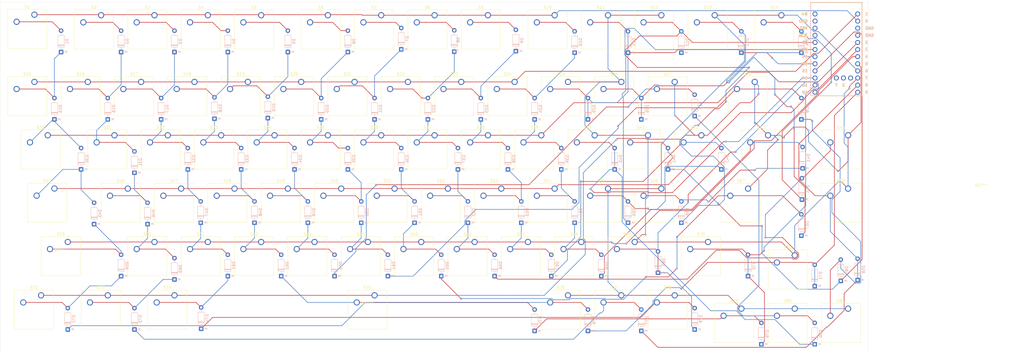
<source format=kicad_pcb>
(kicad_pcb (version 20241229) (generator "pcbnew") (generator_version "9.0")
  (layers (0 "F.Cu" signal) (2 "B.Cu" signal) (13 "F.Paste" user) (15 "B.Paste" user) (5 "F.SilkS" user "F.Silkscreen") (7 "B.SilkS" user "B.Silkscreen") (1 "F.Mask" user) (3 "B.Mask" user) (25 "Edge.Cuts" user))
  (net 0 "")
  (net 1 "Row 0")
  (net 2 "Row 3")
  (net 3 "Column 8")
  (net 4 "Net-(D44-A)")
  (net 6 "Column 9")
  (net 7 "Column 5")
  (net 11 "Row 2")
  (net 12 "Column 4")
  (net 13 "Column 0")
  (net 15 "GND")
  (net 16 "Column 6")
  (net 17 "Column 7")
  (net 18 "Row 1")
  (net 19 "Row 4")
  (net 20 "Column 2")
  (net 21 "Column 1")
  (net 22 "Row 5")
  (net 23 "Column 3")
  (net 24 "Net-(D1-A)")
  (net 25 "Net-(D1-K)")
  (net 26 "Net-(D16-A)")
  (net 27 "Net-(D2-A)")
  (net 28 "Net-(D3-A)")
  (net 29 "Net-(D17-A)")
  (net 30 "Net-(D18-A)")
  (net 31 "Net-(D4-A)")
  (net 32 "Net-(D19-A)")
  (net 33 "Net-(D5-A)")
  (net 34 "Net-(D6-A)")
  (net 35 "Net-(D20-A)")
  (net 36 "Net-(D7-A)")
  (net 37 "Net-(D21-A)")
  (net 38 "Net-(D8-A)")
  (net 39 "Net-(D22-A)")
  (net 40 "Net-(D9-A)")
  (net 41 "Net-(D23-A)")
  (net 42 "Net-(D10-K)")
  (net 43 "Net-(D10-A)")
  (net 44 "Net-(D13-A)")
  (net 45 "Net-(D14-A)")
  (net 46 "Net-(D15-K)")
  (net 47 "Net-(D16-K)")
  (net 48 "Net-(D17-K)")
  (net 49 "Net-(D18-K)")
  (net 50 "Net-(D19-K)")
  (net 51 "Net-(D20-K)")
  (net 52 "Net-(D21-K)")
  (net 53 "Net-(D22-K)")
  (net 54 "Net-(D23-K)")
  (net 55 "Net-(D24-K)")
  (net 56 "Net-(D27-K)")
  (net 57 "Net-(D28-K)")
  (net 58 "Net-(D30-K)")
  (net 59 "Net-(D31-K)")
  (net 60 "Net-(D32-K)")
  (net 61 "Net-(D33-K)")
  (net 62 "Net-(D34-K)")
  (net 63 "Net-(D35-K)")
  (net 64 "Net-(D36-K)")
  (net 65 "Net-(D37-K)")
  (net 66 "Net-(D38-K)")
  (net 67 "Net-(D39-K)")
  (net 68 "Net-(D42-K)")
  (net 69 "Net-(D43-K)")
  (net 70 "Net-(D45-K)")
  (net 71 "Net-(D46-K)")
  (net 72 "Net-(D47-K)")
  (net 73 "Net-(D48-K)")
  (net 74 "Net-(D49-K)")
  (net 75 "Net-(D50-K)")
  (net 76 "Net-(D51-K)")
  (net 77 "Net-(D52-K)")
  (net 78 "Net-(D53-K)")
  (net 79 "Net-(D54-K)")
  (net 80 "Net-(D59-K)")
  (net 81 "Net-(D60-K)")
  (net 82 "Net-(D61-K)")
  (net 83 "Net-(D62-K)")
  (net 85 "Net-(D27-A)")
  (net 86 "Net-(D28-A)")
  (net 87 "Net-(D42-A)")
  (net 88 "Net-(D43-A)")
  (net 89 "Net-(D57-A)")
  (net 90 "Net-(D72-K)")
  (net 91 "Net-(D73-K)")
  (net 92 "Net-(D74-K)")
  (net 93 "Net-(D75-K)")
  (net 94 "Row 7")
  (net 95 "Row 6")
  (footprint "Button_Switch_Keyboard:SW_Cherry_MX_1.25u_PCB" (layer "F.Cu") (at 164.61875 260.763)
    (property "Reference" "S73")
    (property "Value" "Keyswitch")
  )
  (footprint "Button_Switch_Keyboard:SW_Cherry_MX_1.00u_PCB" (layer "F.Cu") (at 262.25 160.7505)
    (property "Reference" "S7")
    (property "Value" "Keyswitch")
  )
  (footprint "Button_Switch_Keyboard:SW_Cherry_MX_1.00u_PCB" (layer "F.Cu") (at 409.8875 265.5255)
    (property "Reference" "S80")
    (property "Value" "Keyswitch")
  )
  (footprint "Button_Switch_Keyboard:SW_Cherry_MX_1.00u_PCB" (layer "F.Cu") (at 243.2 203.613)
    (property "Reference" "S35")
    (property "Value" "Keyswitch")
  )
  (footprint "Button_Switch_Keyboard:SW_Cherry_MX_1.00u_PCB" (layer "F.Cu") (at 281.3 203.613)
    (property "Reference" "S37")
    (property "Value" "Keyswitch")
  )
  (footprint "Button_Switch_Keyboard:SW_Cherry_MX_1.00u_PCB" (layer "F.Cu") (at 238.4375 241.713)
    (property "Reference" "S63")
    (property "Value" "Keyswitch")
  )
  (footprint "scottokeebs13:Stabilizer_MX_6.25u" (layer "F.Cu") (at 257.33 265.825)
    (property "Reference" "REF**")
    (property "Value" "Stabilizer_MX_6.25u")
  )
  (footprint "Button_Switch_Keyboard:SW_Cherry_MX_1.00u_PCB" (layer "F.Cu") (at 257.4875 241.713)
    (property "Reference" "S64")
    (property "Value" "Keyswitch")
  )
  (footprint "Button_Switch_Keyboard:SW_Cherry_MX_1.00u_PCB" (layer "F.Cu") (at 167 203.613)
    (property "Reference" "S31")
    (property "Value" "Keyswitch")
  )
  (footprint "Button_Switch_Keyboard:SW_Cherry_MX_1.00u_PCB" (layer "F.Cu") (at 162.2375 160.7505)
    (property "Reference" "S2")
    (property "Value" "Keyswitch")
  )
  (footprint "Button_Switch_Keyboard:SW_Cherry_MX_1.00u_PCB" (layer "F.Cu") (at 362.2625 222.663)
    (property "Reference" "S56")
    (property "Value" "Keyswitch")
  )
  (footprint "Button_Switch_Keyboard:SW_Cherry_MX_1.00u_PCB" (layer "F.Cu") (at 224.15 203.613)
    (property "Reference" "S34")
    (property "Value" "Keyswitch")
  )
  (footprint "Button_Switch_Keyboard:SW_Cherry_MX_1.50u_Plate" (layer "F.Cu") (at 143.1875 203.613)
    (property "Reference" "S30")
    (property "Value" "Keyswitch")
  )
  (footprint "Button_Switch_Keyboard:SW_Cherry_MX_1.00u_PCB" (layer "F.Cu") (at 276.5375 241.713)
    (property "Reference" "S65")
    (property "Value" "Keyswitch")
  )
  (footprint "Button_Switch_Keyboard:SW_Cherry_MX_1.00u_PCB" (layer "F.Cu") (at 290.825 184.563)
    (property "Reference" "S23")
    (property "Value" "Keyswitch")
  )
  (footprint "Button_Switch_Keyboard:SW_Cherry_MX_1.00u_PCB" (layer "F.Cu") (at 219.3875 241.713)
    (property "Reference" "S62")
    (property "Value" "Keyswitch")
  )
  (footprint "Button_Switch_Keyboard:SW_Cherry_MX_1.00u_PCB" (layer "F.Cu") (at 247.9625 222.663)
    (property "Reference" "S50")
    (property "Value" "Keyswitch")
  )
  (footprint "Button_Switch_Keyboard:SW_Cherry_MX_1.00u_PCB" (layer "F.Cu") (at 286.0625 222.663)
    (property "Reference" "S52")
    (property "Value" "Keyswitch")
  )
  (footprint "Button_Switch_Keyboard:SW_Cherry_MX_1.00u_PCB" (layer "F.Cu") (at 409.8875 246.4755)
    (property "Reference" "S71")
    (property "Value" "Keyswitch")
  )
  (footprint "Button_Switch_Keyboard:SW_Cherry_MX_1.00u_PCB" (layer "F.Cu") (at 352.7375 241.713)
    (property "Reference" "S69")
    (property "Value" "Keyswitch")
  )
  (footprint "Button_Switch_Keyboard:SW_Cherry_MX_2.25u_PCB" (layer "F.Cu") (at 393.21875 222.663)
    (property "Reference" "S57")
    (property "Value" "Keyswitch")
  )
  (footprint "Button_Switch_Keyboard:SW_Cherry_MX_1.00u_PCB" (layer "F.Cu") (at 428.9375 203.613)
    (property "Reference" "S44")
    (property "Value" "Keyswitch")
  )
  (footprint "Button_Switch_Keyboard:SW_Cherry_MX_1.00u_PCB" (layer "F.Cu") (at 343.2125 222.663)
    (property "Reference" "S55")
    (property "Value" "Keyswitch")
  )
  (footprint "Button_Switch_Keyboard:SW_Cherry_MX_1.00u_PCB" (layer "F.Cu") (at 338.45 203.613)
    (property "Reference" "S40")
    (property "Value" "Keyswitch")
  )
  (footprint "Button_Switch_Keyboard:SW_Cherry_MX_1.00u_PCB" (layer "F.Cu") (at 362.2625 160.7505)
    (property "Reference" "S12")
    (property "Value" "Keyswitch")
  )
  (footprint "Button_Switch_Keyboard:SW_Cherry_MX_1.00u_PCB" (layer "F.Cu") (at 300.35 160.7505)
    (property "Reference" "S9")
    (property "Value" "Keyswitch")
  )
  (footprint "Button_Switch_Keyboard:SW_Cherry_MX_1.75u_PCB" (layer "F.Cu") (at 145.565 222.63)
    (property "Reference" "S45")
    (property "Value" "Keyswitch")
  )
  (footprint "Button_Switch_Keyboard:SW_Cherry_MX_1.00u_PCB" (layer "F.Cu") (at 176.525 184.563)
    (property "Reference" "S17")
    (property "Value" "Keyswitch")
  )
  (footprint "Button_Switch_Keyboard:SW_Cherry_MX_1.00u_PCB" (layer "F.Cu") (at 390.8375 265.5255)
    (property "Reference" "S79")
    (property "Value" "Keyswitch")
  )
  (footprint "Button_Switch_Keyboard:SW_Cherry_MX_1.00u_PCB" (layer "F.Cu") (at 324.1625 222.663)
    (property "Reference" "S54")
    (property "Value" "Keyswitch")
  )
  (footprint "Button_Switch_Keyboard:SW_Cherry_MX_1.00u_PCB" (layer "F.Cu") (at 428.9375 265.5255)
    (property "Reference" "S81")
    (property "Value" "Keyswitch")
  )
  (footprint "Button_Switch_Keyboard:SW_Cherry_MX_1.00u_PCB" (layer "F.Cu") (at 347.975 184.563)
    (property "Reference" "S26")
    (property "Value" "Keyswitch")
  )
  (footprint "Button_Switch_Keyboard:SW_Cherry_MX_1.25u_PCB" (layer "F.Cu") (at 188.43125 260.763)
    (property "Reference" "S74")
    (property "Value" "Keyswitch")
  )
  (footprint "Button_Switch_Keyboard:SW_Cherry_MX_1.00u_PCB" (layer "F.Cu") (at 181.2875 160.7505)
    (property "Reference" "S3")
    (property "Value" "Keyswitch")
  )
  (footprint "Button_Switch_Keyboard:SW_Cherry_MX_1.00u_PCB" (layer "F.Cu") (at 271.775 184.563)
    (property "Reference" "S22")
    (property "Value" "Keyswitch")
  )
  (footprint "Button_Switch_Keyboard:SW_Cherry_MX_1.00u_PCB" (layer "F.Cu") (at 205.1 203.613)
    (property "Reference" "S33")
    (property "Value" "Keyswitch")
  )
  (footprint "Button_Switch_Keyboard:SW_Cherry_MX_1.00u_PCB" (layer "F.Cu") (at 324.1625 160.7505)
    (property "Reference" "S10")
    (property "Value" "Keyswitch")
  )
  (footprint "Button_Switch_Keyboard:SW_Cherry_MX_1.00u_PCB" (layer "F.Cu") (at 309.875 184.563)
    (property "Reference" "S24")
    (property "Value" "Keyswitch")
  )
  (footprint "Button_Switch_Keyboard:SW_Cherry_MX_1.00u_PCB" (layer "F.Cu") (at 281.3 160.7505)
    (property "Reference" "S8")
    (property "Value" "Keyswitch")
  )
  (footprint "Button_Switch_Keyboard:SW_Cherry_MX_1.00u_PCB" (layer "F.Cu") (at 357.5 203.613)
    (property "Reference" "S41")
    (property "Value" "Keyswitch")
  )
  (footprint "Button_Switch_Keyboard:SW_Cherry_MX_1.00u_PCB" (layer "F.Cu") (at 347.975 260.763)
    (property "Reference" "S77")
    (property "Value" "Keyswitch")
  )
  (footprint "Button_Switch_Keyboard:SW_Cherry_MX_1.00u_PCB" (layer "F.Cu") (at 314.6375 241.713)
    (property "Reference" "S67")
    (property "Value" "Keyswitch")
  )
  (footprint "Button_Switch_Keyboard:SW_Cherry_MX_1.00u_PCB" (layer "F.Cu") (at 252.725 184.563)
    (property "Reference" "S21")
    (property "Value" "Keyswitch")
  )
  (footprint "Button_Switch_Keyboard:SW_Cherry_MX_1.00u_PCB" (layer "F.Cu") (at 138.425 184.563)
    (property "Reference" "S15")
    (property "Value" "Keyswitch")
  )
  (footprint "Button_Switch_Keyboard:SW_Cherry_MX_1.00u_PCB" (layer "F.Cu") (at 300.35 203.613)
    (property "Reference" "S38")
    (property "Value" "Keyswitch")
  )
  (footprint "Button_Switch_Keyboard:SW_Cherry_MX_1.00u_PCB" (layer "F.Cu") (at 243.2 160.7505)
    (property "Reference" "S6")
    (property "Value" "Keyswitch")
  )
  (footprint "Button_Switch_Keyboard:SW_Cherry_MX_1.00u_PCB" (layer "F.Cu") (at 233.675 184.563)
    (property "Reference" "S20")
    (property "Value" "Keyswitch")
  )
  (footprint "Button_Switch_Keyboard:SW_Cherry_MX_1.00u_PCB" (layer "F.Cu") (at 214.625 184.563)
    (property "Reference" "S19")
    (property "Value" "Keyswitch")
  )
  (footprint "Button_Switch_Keyboard:SW_Cherry_MX_1.00u_PCB" (layer "F.Cu") (at 195.575 184.563)
    (property "Reference" "S18")
    (property "Value" "Keyswitch")
  )
  (footprint "Button_Switch_Keyboard:SW_Cherry_MX_1.00u_PCB" (layer "F.Cu") (at 319.4 203.613)
    (property "Reference" "S39")
    (property "Value" "Keyswitch")
  )
  (footprint "Button_Switch_Keyboard:SW_Cherry_MX_1.00u_PCB" (layer "F.Cu") (at 381.3125 160.7505)
    (property "Reference" "S13")
    (property "Value" "Keyswitch")
  )
  (footprint "Button_Switch_Keyboard:SW_Cherry_MX_1.00u_PCB" (layer "F.Cu") (at 267.0125 222.663)
    (property "Reference" "S51")
    (property "Value" "Keyswitch")
  )
  (footprint "Button_Switch_Keyboard:SW_Cherry_MX_6.25u_PCB" (layer "F.Cu") (at 259.86875 260.763)
    (property "Reference" "S75")
    (property "Value" "Keyswitch")
  )
  (footprint "Button_Switch_Keyboard:SW_Cherry_MX_2.00u_PCB" (layer "F.Cu") (at 395.6 184.563)
    (property "Reference" "S28")
    (property "Value" "Keyswitch")
  )
  (footprint "Button_Switch_Keyboard:SW_Cherry_MX_1.00u_PCB" (layer "F.Cu") (at 157.475 184.563)
    (property "Reference" "S16")
    (property "Value" "Keyswitch")
  )
  (footprint "Button_Switch_Keyboard:SW_Cherry_MX_1.00u_PCB" (layer "F.Cu") (at 209.8625 222.663)
    (property "Reference" "S48")
    (property "Value" "Keyswitch")
  )
  (footprint "Button_Switch_Keyboard:SW_Cherry_MX_1.25u_PCB" (layer "F.Cu") (at 140.80625 260.763)
    (property "Reference" "S72")
    (property "Value" "Keyswitch")
  )
  (footprint "Button_Switch_Keyboard:SW_Cherry_MX_1.00u_PCB" (layer "F.Cu") (at 328.925 260.763)
    (property "Reference" "S76")
    (property "Value" "Keyswitch")
  )
  (footprint "Button_Switch_Keyboard:SW_Cherry_MX_1.00u_PCB" (layer "F.Cu") (at 343.2125 160.7505)
    (property "Reference" "S11")
    (property "Value" "Keyswitch")
  )
  (footprint "Button_Switch_Keyboard:SW_Cherry_MX_1.00u_PCB" (layer "F.Cu") (at 333.6875 241.713)
    (property "Reference" "S68")
    (property "Value" "Keyswitch")
  )
  (footprint "Button_Switch_Keyboard:SW_Cherry_MX_1.75u_PCB" (layer "F.Cu") (at 378.93125 241.713)
    (property "Reference" "S70")
    (property "Value" "Keyswitch")
  )
  (footprint "Button_Switch_Keyboard:SW_Cherry_MX_1.00u_PCB" (layer "F.Cu") (at 190.8125 222.663)
    (property "Reference" "S47")
    (property "Value" "Keyswitch")
  )
  (footprint "Button_Switch_Keyboard:SW_Cherry_MX_1.00u_PCB" (layer "F.Cu") (at 405.125 160.7505)
    (property "Reference" "S14")
    (property "Value" "Keyswitch")
  )
  (footprint "Button_Switch_Keyboard:SW_Cherry_MX_1.00u_PCB" (layer "F.Cu") (at 305.1125 222.663)
    (property "Reference" "S53")
    (property "Value" "Keyswitch")
  )
  (footprint "Button_Switch_Keyboard:SW_Cherry_MX_1.00u_PCB" (layer "F.Cu") (at 200.3375 160.7505)
    (property "Reference" "S4")
    (property "Value" "Keyswitch")
  )
  (footprint "Button_Switch_Keyboard:SW_Cherry_MX_1.00u_PCB" (layer "F.Cu") (at 200.3375 241.713)
    (property "Reference" "S61")
    (property "Value" "Keyswitch")
  )
  (footprint "Button_Switch_Keyboard:SW_Cherry_MX_1.00u_PCB" (layer "F.Cu") (at 262.25 203.613)
    (property "Reference" "S36")
    (property "Value" "Keyswitch")
  )
  (footprint "Button_Switch_Keyboard:SW_Cherry_MX_1.00u_PCB" (layer "F.Cu") (at 295.5875 241.713)
    (property "Reference" "S66")
    (property "Value" "Keyswitch")
  )
  (footprint "Button_Switch_Keyboard:SW_Cherry_MX_1.00u_PCB" (layer "F.Cu") (at 376.55 203.613)
    (property "Reference" "S42")
    (property "Value" "Keyswitch")
  )
  (footprint "Button_Switch_Keyboard:SW_Cherry_MX_1.50u_PCB" (layer "F.Cu") (at 400.3625 203.613)
    (property "Reference" "S43")
    (property "Value" "Keyswitch")
  )
  (footprint "Button_Switch_Keyboard:SW_Cherry_MX_1.00u_PCB" (layer "F.Cu") (at 138.425 160.56)
    (property "Reference" "S1")
    (property "Value" "Keyswitch")
  )
  (footprint "scottokeebs13:Stabilizer_MX_2.00u" (layer "F.Cu") (at 147.79125 246.79555)
    (property "Reference" "REF**")
    (property "Value" "Stabilizer_MX_2.00u")
  )
  (footprint "Button_Switch_Keyboard:SW_Cherry_MX_1.00u_PCB" (layer "F.Cu") (at 328.925 184.563)
    (property "Reference" "S25")
    (property "Value" "Keyswitch")
  )
  (footprint "Button_Switch_Keyboard:SW_Cherry_MX_2.25u_PCB" (layer "F.Cu") (at 150.33125 241.713)
    (property "Reference" "S59")
    (property "Value" "Keyswitch")
  )
  (footprint "Button_Switch_Keyboard:SW_Cherry_MX_1.00u_PCB" (layer "F.Cu") (at 219.3875 160.7505)
    (property "Reference" "S5")
    (property "Value" "Keyswitch")
  )
  (footprint "Button_Switch_Keyboard:SW_Cherry_MX_1.00u_PCB" (layer "F.Cu") (at 181.2875 241.713)
    (property "Reference" "S60")
    (property "Value" "Keyswitch")
  )
  (footprint "Button_Switch_Keyboard:SW_Cherry_MX_1.00u_PCB" (layer "F.Cu") (at 367.025 184.563)
    (property "Reference" "S27")
    (property "Value" "Keyswitch")
  )
  (footprint "Button_Switch_Keyboard:SW_Cherry_MX_1.00u_PCB" (layer "F.Cu") (at 367.025 260.763)
    (property "Reference" "S78")
    (property "Value" "Keyswitch")
  )
  (footprint "Button_Switch_Keyboard:SW_Cherry_MX_1.00u_PCB" (layer "F.Cu") (at 428.9375 222.663)
    (property "Reference" "S58")
    (property "Value" "Keyswitch")
  )
  (footprint "Button_Switch_Keyboard:SW_Cherry_MX_1.00u_PCB" (layer "F.Cu") (at 171.7625 222.663)
    (property "Reference" "S46")
    (property "Value" "Keyswitch")
  )
  (footprint "Button_Switch_Keyboard:SW_Cherry_MX_1.00u_PCB" (layer "F.Cu") (at 186.05 203.613)
    (property "Reference" "S32")
    (property "Value" "Keyswitch")
  )
  (footprint "Button_Switch_Keyboard:SW_Cherry_MX_1.00u_PCB" (layer "F.Cu") (at 228.9125 222.663)
    (property "Reference" "S49")
    (property "Value" "Keyswitch")
  )
  (footprint "scottokeebs13:Stabilizer_MX_2.00u" (layer "F.Cu") (at 476.382 223.485)
    (property "Reference" "REF**")
    (property "Value" "Stabilizer_MX_2.00u")
  )
  (footprint "Diode_THT:D_DO-35_SOD27_P7.62mm_Horizontal" (layer "B.Cu") (at 283.6774 253.9024 90)
    (property "Reference" "D65")
    (property "Value" "Diode")
  )
  (footprint "Diode_THT:D_DO-35_SOD27_P7.62mm_Horizontal" (layer "B.Cu") (at 155.0926 215.8032 90)
    (property "Reference" "D30")
    (property "Value" "Diode")
  )
  (footprint "Diode_THT:D_DO-35_SOD27_P7.62mm_Horizontal" (layer "B.Cu") (at 150.3302 272.952 90)
    (property "Reference" "D72")
    (property "Value" "Diode")
  )
  (footprint "Diode_THT:D_DO-35_SOD27_P7.62mm_Horizontal" (layer "B.Cu") (at 426.33 255.62 90)
    (property "Reference" "D81")
    (property "Value" "Diode")
  )
  (footprint "Diode_THT:D_DO-35_SOD27_P7.62mm_Horizontal" (layer "B.Cu") (at 350.351 234.8528 90)
    (property "Reference" "D55")
    (property "Value" "Diode")
  )
  (footprint "Diode_THT:D_DO-35_SOD27_P7.62mm_Horizontal" (layer "B.Cu") (at 302.727 253.9024 90)
    (property "Reference" "D66")
    (property "Value" "Diode")
  )
  (footprint "Diode_THT:D_DO-35_SOD27_P7.62mm_Horizontal" (layer "B.Cu") (at 412.2622 174.1322 90)
    (property "Reference" "D14")
    (property "Value" "Diode")
  )
  (footprint "Diode_THT:D_DO-35_SOD27_P7.62mm_Horizontal" (layer "B.Cu") (at 369.4006 174.1322 90)
    (property "Reference" "D12")
    (property "Value" "Diode")
  )
  (footprint "Diode_THT:D_DO-35_SOD27_P7.62mm_Horizontal" (layer "B.Cu") (at 336.0638 197.9442 90)
    (property "Reference" "D25")
    (property "Value" "Diode")
  )
  (footprint "Diode_THT:D_DO-35_SOD27_P7.62mm_Horizontal" (layer "B.Cu") (at 393.2126 253.9024 90)
    (property "Reference" "D70")
    (property "Value" "Diode")
  )
  (footprint "Diode_THT:D_DO-35_SOD27_P7.62mm_Horizontal" (layer "B.Cu") (at 331.3014 174.1322 90)
    (property "Reference" "D10")
    (property "Value" "Diode")
  )
  (footprint "Diode_THT:D_DO-35_SOD27_P7.62mm_Horizontal" (layer "B.Cu") (at 412.2622 197.9442 90)
    (property "Reference" "D28")
    (property "Value" "Diode")
  )
  (footprint "Diode_THT:D_DO-35_SOD27_P7.62mm_Horizontal" (layer "B.Cu") (at 269.39375 172.9425 90)
    (property "Reference" "D7")
    (property "Value" "Diode")
  )
  (footprint "Diode_THT:D_DO-35_SOD27_P7.62mm_Horizontal" (layer "B.Cu") (at 417.0246 278.2255 90)
    (property "Reference" "D80")
    (property "Value" "Diode")
  )
  (footprint "Diode_THT:D_DO-35_SOD27_P7.62mm_Horizontal" (layer "B.Cu") (at 255.103 234.8528 90)
    (property "Reference" "D50")
    (property "Value" "Diode")
  )
  (footprint "Diode_THT:D_DO-35_SOD27_P7.62mm_Horizontal" (layer "B.Cu") (at 193.1918 215.8032 90)
    (property "Reference" "D32")
    (property "Value" "Diode")
  )
  (footprint "Diode_THT:D_DO-35_SOD27_P7.62mm_Horizontal" (layer "B.Cu") (at 390.8314 174.1322 90)
    (property "Reference" "D13")
    (property "Value" "Diode")
  )
  (footprint "Diode_THT:D_DO-35_SOD27_P7.62mm_Horizontal" (layer "B.Cu") (at 174.1422 216.9938 90)
    (property "Reference" "D31")
    (property "Value" "Diode")
  )
  (footprint "Diode_THT:D_DO-35_SOD27_P7.62mm_Horizontal" (layer "B.Cu") (at 361.0664 252.7118 90)
    (property "Reference" "D69")
    (property "Value" "Diode")
  )
  (footprint "Diode_THT:D_DO-35_SOD27_P7.62mm_Horizontal" (layer "B.Cu") (at 317.0142 197.9442 90)
    (property "Reference" "D24")
    (property "Value" "Diode")
  )
  (footprint "Diode_THT:D_DO-35_SOD27_P7.62mm_Horizontal" (layer "B.Cu") (at 297.81 197.9442 90)
    (property "Reference" "D23")
    (property "Value" "Diode")
  )
  (footprint "Diode_THT:D_DO-35_SOD27_P7.62mm_Horizontal" (layer "B.Cu") (at 231.291 215.8032 90)
    (property "Reference" "D34")
    (property "Value" "Diode")
  )
  (footprint "Diode_THT:D_DO-35_SOD27_P7.62mm_Horizontal" (layer "B.Cu") (at 288.325 173.77 90)
    (property "Reference" "D8")
    (property "Value" "Diode")
  )
  (footprint "Diode_THT:D_DO-35_SOD27_P7.62mm_Horizontal" (layer "B.Cu") (at 217.0038 234.8528 90)
    (property "Reference" "D48")
    (property "Value" "Diode")
  )
  (footprint "Diode_THT:D_DO-35_SOD27_P7.62mm_Horizontal" (layer "B.Cu") (at 289.6304 215.8032 90)
    (property "Reference" "D37")
    (property "Value" "Diode")
  )
  (footprint "Diode_THT:D_DO-35_SOD27_P7.62mm_Horizontal" (layer "B.Cu") (at 197.9542 272.7138 90)
    (property "Reference" "D74")
    (property "Value" "Diode")
  )
  (footprint "Diode_THT:D_DO-35_SOD27_P7.62mm_Horizontal" (layer "B.Cu") (at 212.2414 215.8032 90)
    (property "Reference" "D33")
    (property "Value" "Diode")
  )
  (footprint "Diode_THT:D_DO-35_SOD27_P7.62mm_Horizontal" (layer "B.Cu") (at 236.0534 234.8528 90)
    (property "Reference" "D49")
    (property "Value" "Diode")
  )
  (footprint "Diode_THT:D_DO-35_SOD27_P7.62mm_Horizontal" (layer "B.Cu") (at 240.8158 197.9442 90)
    (property "Reference" "D20")
    (property "Value" "Diode")
  )
  (footprint "Diode_THT:D_DO-35_SOD27_P7.62mm_Horizontal" (layer "B.Cu") (at 374.163 272.952 90)
    (property "Reference" "D78")
    (property "Value" "Diode")
  )
  (footprint "Diode_THT:D_DO-35_SOD27_P7.62mm_Horizontal" (layer "B.Cu") (at 317.0142 273.463 90)
    (property "Reference" "D75")
    (property "Value" "Diode")
  )
  (footprint "Diode_THT:D_DO-35_SOD27_P7.62mm_Horizontal" (layer "B.Cu") (at 207.48125 173.895 90)
    (property "Reference" "D4")
    (property "Value" "Diode")
  )
  (footprint "Diode_THT:D_DO-35_SOD27_P7.62mm_Horizontal" (layer "B.Cu") (at 355.1134 273.463 90)
    (property "Reference" "D77")
    (property "Value" "Diode")
  )
  (footprint "Diode_THT:D_DO-35_SOD27_P7.62mm_Horizontal" (layer "B.Cu") (at 310.325 173.58 90)
    (property "Reference" "D9")
    (property "Value" "Diode")
  )
  (footprint "Diode_THT:D_DO-35_SOD27_P7.62mm_Horizontal" (layer "B.Cu") (at 147.95 173.895 90)
    (property "Reference" "D1")
    (property "Value" "Diode")
  )
  (footprint "Diode_THT:D_DO-35_SOD27_P7.62mm_Horizontal" (layer "B.Cu") (at 250.3406 215.8032 90)
    (property "Reference" "D35")
    (property "Value" "Diode")
  )
  (footprint "Diode_THT:D_DO-35_SOD27_P7.62mm_Horizontal" (layer "B.Cu") (at 369.4006 234.8528 90)
    (property "Reference" "D56")
    (property "Value" "Diode")
  )
  (footprint "Diode_THT:D_DO-35_SOD27_P7.62mm_Horizontal" (layer "B.Cu") (at 355.1134 197.9442 90)
    (property "Reference" "D26")
    (property "Value" "Diode")
  )
  (footprint "Diode_THT:D_DO-35_SOD27_P7.62mm_Horizontal" (layer "B.Cu") (at 350.351 174.1322 90)
    (property "Reference" "D11")
    (property "Value" "Diode")
  )
  (footprint "Diode_THT:D_DO-35_SOD27_P7.62mm_Horizontal" (layer "B.Cu") (at 183.667 197.9442 90)
    (property "Reference" "D17")
    (property "Value" "Diode")
  )
  (footprint "Diode_THT:D_DO-35_SOD27_P7.62mm_Horizontal" (layer "B.Cu") (at 169.38125 173.895 90)
    (property "Reference" "D2")
    (property "Value" "Diode")
  )
  (footprint "Diode_THT:D_DO-35_SOD27_P7.62mm_Horizontal" (layer "B.Cu") (at 188.4294 255.093 90)
    (property "Reference" "D60")
    (property "Value" "Diode")
  )
  (footprint "Diode_THT:D_DO-35_SOD27_P7.62mm_Horizontal" (layer "B.Cu") (at 145.5678 197.9442 90)
    (property "Reference" "D15")
    (property "Value" "Diode")
  )
  (footprint "Diode_THT:D_DO-35_SOD27_P7.62mm_Horizontal" (layer "B.Cu") (at 397.975 278.2255 90)
    (property "Reference" "D79")
    (property "Value" "Diode")
  )
  (footprint "Diode_THT:D_DO-35_SOD27_P7.62mm_Horizontal" (layer "B.Cu") (at 169.3798 253.9024 90)
    (property "Reference" "D59")
    (property "Value" "Diode")
  )
  (footprint "Diode_THT:D_DO-35_SOD27_P7.62mm_Horizontal" (layer "B.Cu") (at 383.6878 215.8032 90)
    (property "Reference" "D42")
    (property "Value" "Diode")
  )
  (footprint "Diode_THT:D_DO-35_SOD27_P7.62mm_Horizontal" (layer "B.Cu") (at 174.1422 272.952 90)
    (property "Reference" "D73")
    (property "Value" "Diode")
  )
  (footprint "Diode_THT:D_DO-35_SOD27_P7.62mm_Horizontal" (layer "B.Cu") (at 197.7975 234.8528 90)
    (property "Reference" "D47")
    (property "Value" "Diode")
  )
  (footprint "Diode_THT:D_DO-35_SOD27_P7.62mm_Horizontal" (layer "B.Cu") (at 326.539 215.8032 90)
    (property "Reference" "D39")
    (property "Value" "Diode")
  )
  (footprint "Diode_THT:D_DO-35_SOD27_P7.62mm_Horizontal" (layer "B.Cu") (at 264.6278 253.9024 90)
    (property "Reference" "D64")
    (property "Value" "Diode")
  )
  (footprint "Diode_THT:D_DO-35_SOD27_P7.62mm_Horizontal" (layer "B.Cu") (at 307.4894 215.8032 90)
    (property "Reference" "D38")
    (property "Value" "Diode")
  )
  (footprint "Diode_THT:D_DO-35_SOD27_P7.62mm_Horizontal" (layer "B.Cu") (at 312.2518 234.8528 90)
    (property "Reference" "D53")
    (property "Value" "Diode")
  )
  (footprint "Diode_THT:D_DO-35_SOD27_P7.62mm_Horizontal" (layer "B.Cu") (at 228.9125 173.895 90)
    (property "Reference" "D5")
    (property "Value" "Diode")
  )
  (footprint "Diode_THT:D_DO-35_SOD27_P7.62mm_Horizontal" (layer "B.Cu") (at 293.2022 234.8528 90)
    (property "Reference" "D52")
    (property "Value" "Diode")
  )
  (footprint "Diode_THT:D_DO-35_SOD27_P7.62mm_Horizontal" (layer "B.Cu") (at 188.43125 173.895 90)
    (property "Reference" "D3")
    (property "Value" "Diode")
  )
  (footprint "Diode_THT:D_DO-35_SOD27_P7.62mm_Horizontal" (layer "B.Cu") (at 221.7662 197.4678 90)
    (property "Reference" "D19")
    (property "Value" "Diode")
  )
  (footprint "Diode_THT:D_DO-35_SOD27_P7.62mm_Horizontal" (layer "B.Cu") (at 374.163 196.7536 90)
    (property "Reference" "D27")
    (property "Value" "Diode")
  )
  (footprint "Diode_THT:D_DO-35_SOD27_P7.62mm_Horizontal" (layer "B.Cu") (at 269.3902 215.8032 90)
    (property "Reference" "D36")
    (property "Value" "Diode")
  )
  (footprint "Diode_THT:D_DO-35_SOD27_P7.62mm_Horizontal" (layer "B.Cu") (at 226.5286 253.9024 90)
    (property "Reference" "D62")
    (property "Value" "Diode")
  )
  (footprint "Diode_THT:D_DO-35_SOD27_P7.62mm_Horizontal" (layer "B.Cu") (at 336.0638 273.463 90)
    (property "Reference" "D76")
    (property "Value" "Diode")
  )
  (footprint "Diode_THT:D_DO-35_SOD27_P7.62mm_Horizontal" (layer "B.Cu") (at 412.25 239.47 90)
    (property "Reference" "D57")
    (property "Value" "Diode")
  )
  (footprint "Diode_THT:D_DO-35_SOD27_P7.62mm_Horizontal" (layer "B.Cu") (at 164.6174 197.9442 90)
    (property "Reference" "D16")
    (property "Value" "Diode")
  )
  (footprint "Diode_THT:D_DO-35_SOD27_P7.62mm_Horizontal" (layer "B.Cu") (at 340.8262 253.9024 90)
    (property "Reference" "D68")
    (property "Value" "Diode")
  )
  (footprint "Diode_THT:D_DO-35_SOD27_P7.62mm_Horizontal" (layer "B.Cu") (at 250.34375 173.895 90)
    (property "Reference" "D6")
    (property "Value" "Diode")
  )
  (footprint "Diode_THT:D_DO-35_SOD27_P7.62mm_Horizontal" (layer "B.Cu") (at 412.7 215.42 90)
    (property "Reference" "D43")
    (property "Value" "Diode")
  )
  (footprint "Diode_THT:D_DO-35_SOD27_P7.62mm_Horizontal" (layer "B.Cu") (at 178.825 235.33 90)
    (property "Reference" "D46")
    (property "Value" "Diode")
  )
  (footprint "Diode_THT:D_DO-35_SOD27_P7.62mm_Horizontal" (layer "B.Cu") (at 417.0246 257.4742 90)
    (property "Reference" "D71")
    (property "Value" "Diode")
  )
  (footprint "Diode_THT:D_DO-35_SOD27_P7.62mm_Horizontal" (layer "B.Cu") (at 331.3014 234.8528 90)
    (property "Reference" "D54")
    (property "Value" "Diode")
  )
  (footprint "Diode_THT:D_DO-35_SOD27_P7.62mm_Horizontal" (layer "B.Cu") (at 202.7166 197.706 90)
    (property "Reference" "D18")
    (property "Value" "Diode")
  )
  (footprint "Diode_THT:D_DO-35_SOD27_P7.62mm_Horizontal" (layer "B.Cu") (at 432.35 255.31 90)
    (property "Reference" "D58")
    (property "Value" "Diode")
  )
  (footprint "Diode_THT:D_DO-35_SOD27_P7.62mm_Horizontal" (layer "B.Cu") (at 259.8654 197.9442 90)
    (property "Reference" "D21")
    (property "Value" "Diode")
  )
  (footprint "Diode_THT:D_DO-35_SOD27_P7.62mm_Horizontal" (layer "B.Cu") (at 274.1526 234.8528 90)
    (property "Reference" "D51")
    (property "Value" "Diode")
  )
  (footprint "Diode_THT:D_DO-35_SOD27_P7.62mm_Horizontal" (layer "B.Cu") (at 278.915 197.9442 90)
    (property "Reference" "D22")
    (property "Value" "Diode")
  )
  (footprint "Diode_THT:D_DO-35_SOD27_P7.62mm_Horizontal" (layer "B.Cu") (at 322.9672 253.9024 90)
    (property "Reference" "D67")
    (property "Value" "Diode")
  )
  (footprint "hgfd:Nice_Nano_V2" (layer "B.Cu") (at 424.75 174 180)
    (property "Reference" "U1" (hide yes))
    (property "Value" "Nice_Nano_V2" (hide yes))
  )
  (footprint "Diode_THT:D_DO-35_SOD27_P7.62mm_Horizontal" (layer "B.Cu") (at 345.5886 215.8032 90)
    (property "Reference" "D40")
    (property "Value" "Diode")
  )
  (footprint "Diode_THT:D_DO-35_SOD27_P7.62mm_Horizontal" (layer "B.Cu") (at 245.5782 253.9024 90)
    (property "Reference" "D63")
    (property "Value" "Diode")
  )
  (footprint "Diode_THT:D_DO-35_SOD27_P7.62mm_Horizontal" (layer "B.Cu") (at 364.6382 215.8032 90)
    (property "Reference" "D41")
    (property "Value" "Diode")
  )
  (footprint "Diode_THT:D_DO-35_SOD27_P7.62mm_Horizontal" (layer "B.Cu") (at 159.725 235.33 90)
    (property "Reference" "D45")
    (property "Value" "Diode")
  )
  (footprint "Diode_THT:D_DO-35_SOD27_P7.62mm_Horizontal" (layer "B.Cu") (at 412.45 226.57 90)
    (property "Reference" "D44")
    (property "Value" "Diode")
  )
  (footprint "Diode_THT:D_DO-35_SOD27_P7.62mm_Horizontal" (layer "B.Cu") (at 207.479 253.9024 90)
    (property "Reference" "D61")
    (property "Value" "Diode")
  )
  (gr_rect (start 126.16 156.03) (end 436.16 281.03) (stroke (width 0.05)) (fill no) (layer "Edge.Cuts"))
  (segment (start 255.329 160.56) (end 138.425 160.56) (width 0.2) (layer "F.Cu") (net 1))
  (segment (start 324.1625 160.7505) (end 255.5195 160.7505) (width 0.2) (layer "F.Cu") (net 1))
  (segment (start 255.5195 160.7505) (end 255.329 160.56) (width 0.2) (layer "F.Cu") (net 1))
  (segment (start 325.7803 159.1327) (end 428.6527 159.1327) (width 0.2) (layer "B.Cu") (net 1))
  (segment (start 428.6527 159.1327) (end 432.37 162.85) (width 0.2) (layer "B.Cu") (net 1))
  (segment (start 324.1625 160.7505) (end 325.7803 159.1327) (width 0.2) (layer "B.Cu") (net 1))
  (segment (start 325.5635 221.262) (end 324.1625 222.663) (width 0.2) (layer "F.Cu") (net 2))
  (segment (start 408.61145 195.532) (end 390.495816 195.532) (width 0.2) (layer "F.Cu") (net 2))
  (segment (start 413.3632 190.78025) (end 408.61145 195.532) (width 0.2) (layer "F.Cu") (net 2))
  (segment (start 324.1295 222.63) (end 324.1625 222.663) (width 0.2) (layer "F.Cu") (net 2))
  (segment (start 413.3632 190.351846) (end 413.3632 190.78025) (width 0.2) (layer "F.Cu") (net 2))
  (segment (start 390.495816 195.532) (end 364.765816 221.262) (width 0.2) (layer "F.Cu") (net 2))
  (segment (start 418.3073 187.0727) (end 416.642346 187.0727) (width 0.2) (layer "F.Cu") (net 2))
  (segment (start 364.765816 221.262) (end 325.5635 221.262) (width 0.2) (layer "F.Cu") (net 2))
  (segment (start 432.37 173.01) (end 418.3073 187.0727) (width 0.2) (layer "F.Cu") (net 2))
  (segment (start 416.642346 187.0727) (end 413.3632 190.351846) (width 0.2) (layer "F.Cu") (net 2))
  (segment (start 145.565 222.63) (end 324.1295 222.63) (width 0.2) (layer "F.Cu") (net 2))
  (segment (start 367.0278 174.1322) (end 350.351 174.1322) (width 0.2) (layer "F.Cu") (net 3))
  (segment (start 368.15 173.01) (end 367.0278 174.1322) (width 0.2) (layer "F.Cu") (net 3))
  (segment (start 347.1293 163.2905) (end 350.351 166.5122) (width 0.2) (layer "F.Cu") (net 3))
  (segment (start 336.8625 163.2905) (end 347.1293 163.2905) (width 0.2) (layer "F.Cu") (net 3))
  (segment (start 417.13 173.01) (end 368.15 173.01) (width 0.2) (layer "F.Cu") (net 3))
  (segment (start 348.679 189.78053) (end 348.679 233.1808) (width 0.2) (layer "B.Cu") (net 3))
  (segment (start 350.351 174.1322) (end 350.351 188.10853) (width 0.2) (layer "B.Cu") (net 3))
  (segment (start 350.351 166.5122) (end 350.351 174.1322) (width 0.2) (layer "B.Cu") (net 3))
  (segment (start 348.679 233.1808) (end 350.351 234.8528) (width 0.2) (layer "B.Cu") (net 3))
  (segment (start 350.351 188.10853) (end 348.679 189.78053) (width 0.2) (layer "B.Cu") (net 3))
  (segment (start 405.533314 240.14) (end 411.2885 245.895186) (width 0.2) (layer "F.Cu") (net 4))
  (segment (start 409.307186 247.8765) (end 408.814086 247.3834) (width 0.2) (layer "F.Cu") (net 4))
  (segment (start 392.75655 247.3834) (end 390.02715 244.654) (width 0.2) (layer "F.Cu") (net 4))
  (segment (start 408.814086 247.3834) (end 392.75655 247.3834) (width 0.2) (layer "F.Cu") (net 4))
  (segment (start 412.75897 218.95) (end 422.5875 209.12147) (width 0.2) (layer "F.Cu") (net 4))
  (segment (start 390.02715 244.654) (end 381.855066 244.654) (width 0.2) (layer "F.Cu") (net 4))
  (segment (start 371.505666 255.0034) (end 303.828 255.0034) (width 0.2) (layer "F.Cu") (net 4))
  (segment (start 411.2885 247.055814) (end 410.467814 247.8765) (width 0.2) (layer "F.Cu") (net 4))
  (segment (start 303.828 255.0034) (end 302.727 253.9024) (width 0.2) (layer "F.Cu") (net 4))
  (segment (start 410.467814 247.8765) (end 409.307186 247.8765) (width 0.2) (layer "F.Cu") (net 4))
  (segment (start 411.2885 245.895186) (end 411.2885 247.055814) (width 0.2) (layer "F.Cu") (net 4))
  (segment (start 412.45 218.95) (end 412.75897 218.95) (width 0.2) (layer "F.Cu") (net 4))
  (segment (start 422.5875 209.12147) (end 422.5875 206.153) (width 0.2) (layer "F.Cu") (net 4))
  (segment (start 399.42 240.14) (end 405.533314 240.14) (width 0.2) (layer "F.Cu") (net 4))
  (segment (start 381.855066 244.654) (end 371.505666 255.0034) (width 0.2) (layer "F.Cu") (net 4))
  (via (at 399.42 240.14) (size 0.6) (drill 0.3) (layers "F.Cu" "B.Cu") (net 4))
  (segment (start 412.45 218.95) (end 399.42 231.98) (width 0.2) (layer "B.Cu") (net 4))
  (segment (start 399.42 231.98) (end 399.42 240.14) (width 0.2) (layer "B.Cu") (net 4))
  (segment (start 369.4006 166.5122) (end 366.1789 163.2905) (width 0.2) (layer "F.Cu") (net 6))
  (segment (start 417.13 170.47) (end 373.3584 170.47) (width 0.2) (layer "F.Cu") (net 6))
  (segment (start 381.249 194.191) (end 382.739 194.191) (width 0.2) (layer "F.Cu") (net 6))
  (segment (start 393.61 179.4) (end 353.73264 179.4) (width 0.2) (layer "F.Cu") (net 6))
  (segment (start 366.1789 163.2905) (end 355.9125 163.2905) (width 0.2) (layer "F.Cu") (net 6))
  (segment (start 354.41554 168.1815) (end 367.7313 168.1815) (width 0.2) (layer "F.Cu") (net 6))
  (segment (start 349.25 173.34704) (end 354.41554 168.1815) (width 0.2) (layer "F.Cu") (net 6))
  (segment (start 349.25 174.91736) (end 349.25 173.34704) (width 0.2) (layer "F.Cu") (net 6))
  (segment (start 382.739 194.191) (end 385.33 191.6) (width 0.2) (layer "F.Cu") (net 6))
  (segment (start 375.34 200.1) (end 381.249 194.191) (width 0.2) (layer "F.Cu") (net 6))
  (segment (start 353.73264 179.4) (end 349.25 174.91736) (width 0.2) (layer "F.Cu") (net 6))
  (segment (start 367.7313 168.1815) (end 369.4006 166.5122) (width 0.2) (layer "F.Cu") (net 6))
  (segment (start 373.3584 170.47) (end 369.4006 166.5122) (width 0.2) (layer "F.Cu") (net 6))
  (via (at 385.33 191.6) (size 0.6) (drill 0.3) (layers "F.Cu" "B.Cu") (net 6))
  (via (at 375.34 200.1) (size 0.6) (drill 0.3) (layers "F.Cu" "B.Cu") (net 6))
  (via (at 393.61 179.4) (size 0.6) (drill 0.3) (layers "F.Cu" "B.Cu") (net 6))
  (segment (start 382.768943 228.611) (end 384.7888 226.591143) (width 0.2) (layer "B.Cu") (net 6))
  (segment (start 369.4006 234.8528) (end 375.6424 228.611) (width 0.2) (layer "B.Cu") (net 6))
  (segment (start 385.33 187.68) (end 393.61 179.4) (width 0.2) (layer "B.Cu") (net 6))
  (segment (start 385.33 191.6) (end 385.33 187.68) (width 0.2) (layer "B.Cu") (net 6))
  (segment (start 384.7888 226.591143) (end 384.7888 215.01804) (width 0.2) (layer "B.Cu") (net 6))
  (segment (start 375.6424 228.611) (end 382.768943 228.611) (width 0.2) (layer "B.Cu") (net 6))
  (segment (start 384.7888 215.01804) (end 380.81476 211.044) (width 0.2) (layer "B.Cu") (net 6))
  (segment (start 374.271686 200.1) (end 375.34 200.1) (width 0.2) (layer "B.Cu") (net 6))
  (segment (start 368.799 205.572686) (end 374.271686 200.1) (width 0.2) (layer "B.Cu") (net 6))
  (segment (start 368.799 206.806816) (end 368.799 205.572686) (width 0.2) (layer "B.Cu") (net 6))
  (segment (start 380.81476 211.044) (end 373.036184 211.044) (width 0.2) (layer "B.Cu") (net 6))
  (segment (start 373.036184 211.044) (end 368.799 206.806816) (width 0.2) (layer "B.Cu") (net 6))
  (segment (start 351.15 206.153) (end 362.608 206.153) (width 0.2) (layer "F.Cu") (net 7))
  (segment (start 433.9483 167.843346) (end 433.9483 248.0017) (width 0.2) (layer "F.Cu") (net 7))
  (segment (start 362.608 206.153) (end 364.6382 208.1832) (width 0.2) (layer "F.Cu") (net 7))
  (segment (start 432.857654 166.7527) (end 433.9483 167.843346) (width 0.2) (layer "F.Cu") (net 7))
  (segment (start 364.6382 215.8032) (end 364.6382 213.4318) (width 0.2) (layer "F.Cu") (net 7))
  (segment (start 390.49 235.98) (end 382.52 228.01) (width 0.2) (layer "F.Cu") (net 7))
  (segment (start 398.2 235.98) (end 390.49 235.98) (width 0.2) (layer "F.Cu") (net 7))
  (segment (start 431.0073 166.7527) (end 432.857654 166.7527) (width 0.2) (layer "F.Cu") (net 7))
  (segment (start 364.6382 213.4318) (end 366.56 211.51) (width 0.2) (layer "F.Cu") (net 7))
  (segment (start 433.9483 248.0017) (end 426.33 255.62) (width 0.2) (layer "F.Cu") (net 7))
  (segment (start 417.13 180.63) (end 431.0073 166.7527) (width 0.2) (layer "F.Cu") (net 7))
  (via (at 398.2 235.98) (size 0.6) (drill 0.3) (layers "F.Cu" "B.Cu") (net 7))
  (via (at 366.56 211.51) (size 0.6) (drill 0.3) (layers "F.Cu" "B.Cu") (net 7))
  (via (at 382.52 228.01) (size 0.6) (drill 0.3) (layers "F.Cu" "B.Cu") (net 7))
  (segment (start 411.0062 258.5752) (end 398.2 245.769) (width 0.2) (layer "B.Cu") (net 7))
  (segment (start 426.33 255.62) (end 423.3748 258.5752) (width 0.2) (layer "B.Cu") (net 7))
  (segment (start 398.2 245.769) (end 398.2 235.98) (width 0.2) (layer "B.Cu") (net 7))
  (segment (start 423.3748 258.5752) (end 411.0062 258.5752) (width 0.2) (layer "B.Cu") (net 7))
  (segment (start 370.3132 215.8032) (end 364.6382 215.8032) (width 0.2) (layer "B.Cu") (net 7))
  (segment (start 364.6382 209.5882) (end 364.6382 208.1832) (width 0.2) (layer "B.Cu") (net 7))
  (segment (start 382.52 228.01) (end 370.3132 215.8032) (width 0.2) (layer "B.Cu") (net 7))
  (segment (start 366.56 211.51) (end 364.6382 209.5882) (width 0.2) (layer "B.Cu") (net 7))
  (segment (start 331.019 191.994) (end 382.377686 191.994) (width 0.2) (layer "F.Cu") (net 11))
  (segment (start 400.831935 181.168) (end 404.182935 184.519) (width 0.2) (layer "F.Cu") (net 11))
  (segment (start 418.321 184.519) (end 432.37 170.47) (width 0.2) (layer "F.Cu") (net 11))
  (segment (start 143.1875 203.613) (end 319.4 203.613) (width 0.2) (layer "F.Cu") (net 11))
  (segment (start 393.203686 181.168) (end 400.831935 181.168) (width 0.2) (layer "F.Cu") (net 11))
  (segment (start 382.377686 191.994) (end 393.203686 181.168) (width 0.2) (layer "F.Cu") (net 11))
  (segment (start 319.4 203.613) (end 331.019 191.994) (width 0.2) (layer "F.Cu") (net 11))
  (segment (start 404.182935 184.519) (end 418.321 184.519) (width 0.2) (layer "F.Cu") (net 11))
  (segment (start 344.054814 223.802) (end 343.792814 224.064) (width 0.2) (layer "F.Cu") (net 12))
  (segment (start 384.43395 205.88) (end 366.24995 224.064) (width 0.2) (layer "F.Cu") (net 12))
  (segment (start 332.1 206.153) (end 343.5584 206.153) (width 0.2) (layer "F.Cu") (net 12))
  (segment (start 343.5584 206.153) (end 345.5886 208.1832) (width 0.2) (layer "F.Cu") (net 12))
  (segment (start 366.24995 224.064) (end 357.846 224.064) (width 0.2) (layer "F.Cu") (net 12))
  (segment (start 357.584 223.802) (end 344.054814 223.802) (width 0.2) (layer "F.Cu") (net 12))
  (segment (start 338.244 224.064) (end 336.93 222.75) (width 0.2) (layer "F.Cu") (net 12))
  (segment (start 343.792814 224.064) (end 338.244 224.064) (width 0.2) (layer "F.Cu") (net 12))
  (segment (start 357.846 224.064) (end 357.584 223.802) (width 0.2) (layer "F.Cu") (net 12))
  (segment (start 385.21 205.88) (end 384.43395 205.88) (width 0.2) (layer "F.Cu") (net 12))
  (via (at 336.93 222.75) (size 0.6) (drill 0.3) (layers "F.Cu" "B.Cu") (net 12))
  (via (at 385.21 205.88) (size 0.6) (drill 0.3) (layers "F.Cu" "B.Cu") (net 12))
  (segment (start 345.5886 215.8032) (end 345.5886 208.1832) (width 0.2) (layer "B.Cu") (net 12))
  (segment (start 348.278 218.4926) (end 348.278 234.66596) (width 0.2) (layer "B.Cu") (net 12))
  (segment (start 336.93 222.75) (end 343.8768 215.8032) (width 0.2) (layer "B.Cu") (net 12))
  (segment (start 348.278 234.66596) (end 379.883954 266.271914) (width 0.2) (layer "B.Cu") (net 12))
  (segment (start 345.5886 215.8032) (end 348.278 218.4926) (width 0.2) (layer "B.Cu") (net 12))
  (segment (start 417.13 183.17) (end 412.539943 183.17) (width 0.2) (layer "B.Cu") (net 12))
  (segment (start 411.642684 278.2255) (end 417.0246 278.2255) (width 0.2) (layer "B.Cu") (net 12))
  (segment (start 343.8768 215.8032) (end 345.5886 215.8032) (width 0.2) (layer "B.Cu") (net 12))
  (segment (start 392.168086 269.4045) (end 402.821684 269.4045) (width 0.2) (layer "B.Cu") (net 12))
  (segment (start 412.539943 183.17) (end 389.829943 205.88) (width 0.2) (layer "B.Cu") (net 12))
  (segment (start 389.0355 266.271914) (end 392.168086 269.4045) (width 0.2) (layer "B.Cu") (net 12))
  (segment (start 389.829943 205.88) (end 385.21 205.88) (width 0.2) (layer "B.Cu") (net 12))
  (segment (start 402.821684 269.4045) (end 411.642684 278.2255) (width 0.2) (layer "B.Cu") (net 12))
  (segment (start 379.883954 266.271914) (end 389.0355 266.271914) (width 0.2) (layer "B.Cu") (net 12))
  (segment (start 424.0465 242.8323) (end 417.0246 249.8542) (width 0.2) (layer "F.Cu") (net 13))
  (segment (start 403.5375 249.0155) (end 416.1859 249.0155) (width 0.2) (layer "F.Cu") (net 13))
  (segment (start 424.0465 196.5735) (end 424.0465 242.8323) (width 0.2) (layer "F.Cu") (net 13))
  (segment (start 416.1859 249.0155) (end 417.0246 249.8542) (width 0.2) (layer "F.Cu") (net 13))
  (segment (start 432.37 188.25) (end 424.0465 196.5735) (width 0.2) (layer "F.Cu") (net 13))
  (segment (start 378.7645 249.0155) (end 403.5375 249.0155) (width 0.2) (layer "F.Cu") (net 13))
  (segment (start 369.35 258.43) (end 378.7645 249.0155) (width 0.2) (layer "F.Cu") (net 13))
  (via (at 369.35 258.43) (size 0.6) (drill 0.3) (layers "F.Cu" "B.Cu") (net 13))
  (segment (start 417.0246 249.8542) (end 417.0246 257.4742) (width 0.2) (layer "B.Cu") (net 13))
  (segment (start 349.694314 273.463) (end 359.274 263.883314) (width 0.2) (layer "B.Cu") (net 13))
  (segment (start 363.966686 258.03) (end 368.87 258.03) (width 0.2) (layer "B.Cu") (net 13))
  (segment (start 359.274 263.883314) (end 359.274 262.722686) (width 0.2) (layer "B.Cu") (net 13))
  (segment (start 368.87 258.03) (end 368.95 258.03) (width 0.2) (layer "B.Cu") (net 13))
  (segment (start 359.274 262.722686) (end 363.966686 258.03) (width 0.2) (layer "B.Cu") (net 13))
  (segment (start 336.0638 273.463) (end 349.694314 273.463) (width 0.2) (layer "B.Cu") (net 13))
  (segment (start 368.95 258.03) (end 369.35 258.43) (width 0.2) (layer "B.Cu") (net 13))
  (segment (start 401.84 176) (end 399.9722 174.1322) (width 0.2) (layer "F.Cu") (net 16))
  (segment (start 332.8426 187.103) (end 322.575 187.103) (width 0.2) (layer "F.Cu") (net 16))
  (segment (start 399.9722 174.1322) (end 390.8314 174.1322) (width 0.2) (layer "F.Cu") (net 16))
  (segment (start 336.0638 190.3242) (end 332.8426 187.103) (width 0.2) (layer "F.Cu") (net 16))
  (via (at 401.84 176) (size 0.6) (drill 0.3) (layers "F.Cu" "B.Cu") (net 16))
  (segment (start 348.278 190.124816) (end 348.278 188.88784) (width 0.2) (layer "B.Cu") (net 16))
  (segment (start 336.0638 190.3242) (end 337.7336 191.994) (width 0.2) (layer "B.Cu") (net 16))
  (segment (start 337.7336 191.994) (end 346.408816 191.994) (width 0.2) (layer "B.Cu") (net 16))
  (segment (start 417.13 178.09) (end 403.93 178.09) (width 0.2) (layer "B.Cu") (net 16))
  (segment (start 336.0638 197.9442) (end 336.0638 190.3242) (width 0.2) (layer "B.Cu") (net 16))
  (segment (start 352.52473 165.4112) (end 360.14473 173.0312) (width 0.2) (layer "B.Cu") (net 16))
  (segment (start 349.25 166.05615) (end 349.89495 165.4112) (width 0.2) (layer "B.Cu") (net 16))
  (segment (start 349.56584 175.2332) (end 349.25 174.91736) (width 0.2) (layer "B.Cu") (net 16))
  (segment (start 349.25 174.91736) (end 349.25 166.05615) (width 0.2) (layer "B.Cu") (net 16))
  (segment (start 346.408816 191.994) (end 348.278 190.124816) (width 0.2) (layer "B.Cu") (net 16))
  (segment (start 389.7304 173.0312) (end 390.8314 174.1322) (width 0.2) (layer "B.Cu") (net 16))
  (segment (start 360.14473 173.0312) (end 389.7304 173.0312) (width 0.2) (layer "B.Cu") (net 16))
  (segment (start 349.89495 165.4112) (end 352.52473 165.4112) (width 0.2) (layer "B.Cu") (net 16))
  (segment (start 349.56584 187.6) (end 349.56584 175.2332) (width 0.2) (layer "B.Cu") (net 16))
  (segment (start 403.93 178.09) (end 401.84 176) (width 0.2) (layer "B.Cu") (net 16))
  (segment (start 348.278 188.88784) (end 349.56584 187.6) (width 0.2) (layer "B.Cu") (net 16))
  (segment (start 361.255314 185.702) (end 359.7356 185.702) (width 0.2) (layer "F.Cu") (net 17))
  (segment (start 341.625 187.103) (end 351.8922 187.103) (width 0.2) (layer "F.Cu") (net 17))
  (segment (start 386.14 184.34) (end 384.516 185.964) (width 0.2) (layer "F.Cu") (net 17))
  (segment (start 351.8922 187.103) (end 355.1134 190.3242) (width 0.2) (layer "F.Cu") (net 17))
  (segment (start 361.517314 185.964) (end 361.255314 185.702) (width 0.2) (layer "F.Cu") (net 17))
  (segment (start 384.516 185.964) (end 361.517314 185.964) (width 0.2) (layer "F.Cu") (net 17))
  (segment (start 359.7356 185.702) (end 355.1134 190.3242) (width 0.2) (layer "F.Cu") (net 17))
  (via (at 386.14 184.34) (size 0.6) (drill 0.3) (layers "F.Cu" "B.Cu") (net 17))
  (segment (start 413.68 175.55) (end 412.2622 174.1322) (width 0.2) (layer "B.Cu") (net 17))
  (segment (start 355.1134 197.9442) (end 355.1134 190.3242) (width 0.2) (layer "B.Cu") (net 17))
  (segment (start 396.3478 174.1322) (end 386.14 184.34) (width 0.2) (layer "B.Cu") (net 17))
  (segment (start 412.2622 174.1322) (end 396.3478 174.1322) (width 0.2) (layer "B.Cu") (net 17))
  (segment (start 417.13 175.55) (end 413.68 175.55) (width 0.2) (layer "B.Cu") (net 17))
  (segment (start 313.671 180.767) (end 309.875 184.563) (width 0.2) (layer "F.Cu") (net 18))
  (segment (start 410.248046 180.767) (end 313.671 180.767) (width 0.2) (layer "F.Cu") (net 18))
  (segment (start 416.642346 174.3727) (end 410.248046 180.767) (width 0.2) (layer "F.Cu") (net 18))
  (segment (start 418.3073 174.3727) (end 416.642346 174.3727) (width 0.2) (layer "F.Cu") (net 18))
  (segment (start 138.425 184.563) (end 309.875 184.563) (width 0.2) (layer "F.Cu") (net 18))
  (segment (start 432.37 160.31) (end 418.3073 174.3727) (width 0.2) (layer "F.Cu") (net 18))
  (segment (start 418.3073 187.762346) (end 418.3073 188.737654) (width 0.2) (layer "F.Cu") (net 19))
  (segment (start 395.4135 208.3236) (end 373.2421 230.495) (width 0.2) (layer "F.Cu") (net 19))
  (segment (start 344.473 241.713) (end 333.6875 241.713) (width 0.2) (layer "F.Cu") (net 19))
  (segment (start 395.4135 205.572686) (end 395.4135 208.3236) (width 0.2) (layer "F.Cu") (net 19))
  (segment (start 150.33125 241.713) (end 333.6875 241.713) (width 0.2) (layer "F.Cu") (net 19))
  (segment (start 430.519646 175.55) (end 418.3073 187.762346) (width 0.2) (layer "F.Cu") (net 19))
  (segment (start 361.555 230.495) (end 349.76 242.29) (width 0.2) (layer "F.Cu") (net 19))
  (segment (start 432.37 175.55) (end 430.519646 175.55) (width 0.2) (layer "F.Cu") (net 19))
  (segment (start 373.2421 230.495) (end 361.555 230.495) (width 0.2) (layer "F.Cu") (net 19))
  (segment (start 418.3073 188.737654) (end 401.472268 205.572686) (width 0.2) (layer "F.Cu") (net 19))
  (segment (start 344.73 241.97) (end 344.473 241.713) (width 0.2) (layer "F.Cu") (net 19))
  (segment (start 401.472268 205.572686) (end 395.4135 205.572686) (width 0.2) (layer "F.Cu") (net 19))
  (via (at 344.73 241.97) (size 0.6) (drill 0.3) (layers "F.Cu" "B.Cu") (net 19))
  (via (at 349.76 242.29) (size 0.6) (drill 0.3) (layers "F.Cu" "B.Cu") (net 19))
  (segment (start 349.76 242.29) (end 345.05 242.29) (width 0.2) (layer "B.Cu") (net 19))
  (segment (start 345.05 242.29) (end 344.73 241.97) (width 0.2) (layer "B.Cu") (net 19))
  (segment (start 371.84 224.79) (end 371.84 227.28) (width 0.2) (layer "F.Cu") (net 20))
  (segment (start 387.02 209.61) (end 371.84 224.79) (width 0.2) (layer "F.Cu") (net 20))
  (segment (start 361.0664 245.0918) (end 361.0664 252.7118) (width 0.2) (layer "F.Cu") (net 20))
  (segment (start 388.78 209.61) (end 387.02 209.61) (width 0.2) (layer "F.Cu") (net 20))
  (segment (start 346.3875 244.253) (end 360.2276 244.253) (width 0.2) (layer "F.Cu") (net 20))
  (segment (start 360.2276 244.253) (end 361.0664 245.0918) (width 0.2) (layer "F.Cu") (net 20))
  (via (at 371.84 227.28) (size 0.6) (drill 0.3) (layers "F.Cu" "B.Cu") (net 20))
  (via (at 388.78 209.61) (size 0.6) (drill 0.3) (layers "F.Cu" "B.Cu") (net 20))
  (segment (start 364.481743 252.7118) (end 373.062 261.292057) (width 0.2) (layer "B.Cu") (net 20))
  (segment (start 373.062 271.851) (end 374.163 272.952) (width 0.2) (layer "B.Cu") (net 20))
  (segment (start 413.651486 184.5327) (end 388.78 209.404186) (width 0.2) (layer "B.Cu") (net 20))
  (segment (start 388.78 209.404186) (end 388.78 209.61) (width 0.2) (layer "B.Cu") (net 20))
  (segment (start 371.84 227.28) (end 371.84 227.68) (width 0.2) (layer "B.Cu") (net 20))
  (segment (start 371.84 227.68) (end 361.0664 238.4536) (width 0.2) (layer "B.Cu") (net 20))
  (segment (start 361.0664 252.7118) (end 364.481743 252.7118) (width 0.2) (layer "B.Cu") (net 20))
  (segment (start 373.062 261.292057) (end 373.062 271.851) (width 0.2) (layer "B.Cu") (net 20))
  (segment (start 418.3073 185.222346) (end 417.617654 184.5327) (width 0.2) (layer "B.Cu") (net 20))
  (segment (start 418.3073 187.0727) (end 418.3073 185.222346) (width 0.2) (layer "B.Cu") (net 20))
  (segment (start 361.0664 238.4536) (end 361.0664 245.0918) (width 0.2) (layer "B.Cu") (net 20))
  (segment (start 417.13 188.25) (end 418.3073 187.0727) (width 0.2) (layer "B.Cu") (net 20))
  (segment (start 417.617654 184.5327) (end 413.651486 184.5327) (width 0.2) (layer "B.Cu") (net 20))
  (segment (start 414.03744 279.3265) (end 421.372532 271.991408) (width 0.2) (layer "F.Cu") (net 21))
  (segment (start 411.349 206.731) (end 411.349 219.40605) (width 0.2) (layer "F.Cu") (net 21))
  (segment (start 421.372532 271.991408) (end 421.686776 271.991408) (width 0.2) (layer "F.Cu") (net 21))
  (segment (start 421.686776 271.991408) (end 427.5365 266.141684) (width 0.2) (layer "F.Cu") (net 21))
  (segment (start 427.5365 266.141684) (end 427.5365 260.1235) (width 0.2) (layer "F.Cu") (net 21))
  (segment (start 417.14595 225.203) (end 422.5875 225.203) (width 0.2) (layer "F.Cu") (net 21))
  (segment (start 360.9769 279.3265) (end 414.03744 279.3265) (width 0.2) (layer "F.Cu") (net 21))
  (segment (start 355.1134 273.463) (end 360.9769 279.3265) (width 0.2) (layer "F.Cu") (net 21))
  (segment (start 411.349 219.40605) (end 417.14595 225.203) (width 0.2) (layer "F.Cu") (net 21))
  (segment (start 432.37 185.71) (end 411.349 206.731) (width 0.2) (layer "F.Cu") (net 21))
  (segment (start 427.5365 260.1235) (end 432.35 255.31) (width 0.2) (layer "F.Cu") (net 21))
  (segment (start 432.35 247.69) (end 432.35 255.31) (width 0.2) (layer "B.Cu") (net 21))
  (segment (start 422.5875 225.203) (end 422.5875 237.9275) (width 0.2) (layer "B.Cu") (net 21))
  (segment (start 422.5875 237.9275) (end 432.35 247.69) (width 0.2) (layer "B.Cu") (net 21))
  (segment (start 395.9795 199.23) (end 400.3625 203.613) (width 0.2) (layer "F.Cu") (net 22))
  (segment (start 369.357686 205.014) (end 370.758686 203.613) (width 0.2) (layer "F.Cu") (net 22))
  (segment (start 414.79 201.86) (end 413.629 200.699) (width 0.2) (layer "F.Cu") (net 22))
  (segment (start 346.27 205.1) (end 346.618 204.752) (width 0.2) (layer "F.Cu") (net 22))
  (segment (start 428.9375 203.613) (end 433.5473 199.0032) (width 0.2) (layer "F.Cu") (net 22))
  (segment (start 390.373816 191.994) (end 394.033816 191.994) (width 0.2) (layer "F.Cu") (net 22))
  (segment (start 425.44897 216.42) (end 425.29 216.42) (width 0.2) (layer "F.Cu") (net 22))
  (segment (start 428.9375 203.613) (end 428.9375 212.93147) (width 0.2) (layer "F.Cu") (net 22))
  (segment (start 413.629 200.699) (end 409.431057 200.699) (width 0.2) (layer "F.Cu") (net 22))
  (segment (start 393.21875 222.663) (end 400.1735 215.70825) (width 0.2) (layer "F.Cu") (net 22))
  (segment (start 409.431057 200.699) (end 406.01 204.120057) (width 0.2) (layer "F.Cu") (net 22))
  (segment (start 376.55 203.613) (end 378.754816 203.613) (width 0.2) (layer "F.Cu") (net 22))
  (segment (start 406.01 204.120057) (end 406.01 204.48) (width 0.2) (layer "F.Cu") (net 22))
  (segment (start 400.1735 215.70825) (end 400.1735 208.9365) (width 0.2) (layer "F.Cu") (net 22))
  (segment (start 140.80625 260.763) (end 259.86875 260.763) (width 0.2) (layer "F.Cu") (net 22))
  (segment (start 433.5473 199.0032) (end 433.5473 179.2673) (width 0.2) (layer "F.Cu") (net 22))
  (segment (start 428.9375 212.93147) (end 425.44897 216.42) (width 0.2) (layer "F.Cu") (net 22))
  (segment (start 367.24 196.67) (end 374.183 203.613) (width 0.2) (layer "F.Cu") (net 22))
  (segment (start 400.1735 208.9365) (end 403.93 205.18) (width 0.2) (layer "F.Cu") (net 22))
  (segment (start 374.183 203.613) (end 376.55 203.613) (width 0.2) (layer "F.Cu") (net 22))
  (segment (start 378.754816 203.613) (end 390.373816 191.994) (width 0.2) (layer "F.Cu") (net 22))
  (segment (start 396.97 189.057816) (end 396.97 188.81) (width 0.2) (layer "F.Cu") (net 22))
  (segment (start 356.919686 205.014) (end 369.357686 205.014) (width 0.2) (layer "F.Cu") (net 22))
  (segment (start 433.5473 179.2673) (end 432.37 178.09) (width 0.2) (layer "F.Cu") (net 22))
  (segment (start 394.033816 191.994) (end 396.97 189.057816) (width 0.2) (layer "F.Cu") (net 22))
  (segment (start 370.758686 203.613) (end 376.55 203.613) (width 0.2) (layer "F.Cu") (net 22))
  (segment (start 346.618 204.752) (end 356.657686 204.752) (width 0.2) (layer "F.Cu") (net 22))
  (segment (start 395.63 199.23) (end 395.9795 199.23) (width 0.2) (layer "F.Cu") (net 22))
  (segment (start 356.657686 204.752) (end 356.919686 205.014) (width 0.2) (layer "F.Cu") (net 22))
  (via (at 396.97 188.81) (size 0.6) (drill 0.3) (layers "F.Cu" "B.Cu") (net 22))
  (via (at 367.24 196.67) (size 0.6) (drill 0.3) (layers "F.Cu" "B.Cu") (net 22))
  (via (at 425.29 216.42) (size 0.6) (drill 0.3) (layers "F.Cu" "B.Cu") (net 22))
  (via (at 403.93 205.18) (size 0.6) (drill 0.3) (layers "F.Cu" "B.Cu") (net 22))
  (via (at 406.01 204.48) (size 0.6) (drill 0.3) (layers "F.Cu" "B.Cu") (net 22))
  (via (at 414.79 201.86) (size 0.6) (drill 0.3) (layers "F.Cu" "B.Cu") (net 22))
  (via (at 395.63 199.23) (size 0.6) (drill 0.3) (layers "F.Cu" "B.Cu") (net 22))
  (via (at 346.27 205.1) (size 0.6) (drill 0.3) (layers "F.Cu" "B.Cu") (net 22))
  (segment (start 320.502316 260.763) (end 335.0885 246.176816) (width 0.2) (layer "B.Cu") (net 22))
  (segment (start 404.823 203.613) (end 400.3625 203.613) (width 0.2) (layer "B.Cu") (net 22))
  (segment (start 259.86875 260.763) (end 320.502316 260.763) (width 0.2) (layer "B.Cu") (net 22))
  (segment (start 334.3915 240.435686) (end 334.3915 216.98997) (width 0.2) (layer "B.Cu") (net 22))
  (segment (start 395.6 184.563) (end 395.6 199.2) (width 0.2) (layer "B.Cu") (net 22))
  (segment (start 334.3915 216.98997) (end 346.27 205.11147) (width 0.2) (layer "B.Cu") (net 22))
  (segment (start 403.93 205.18) (end 402.363 203.613) (width 0.2) (layer "B.Cu") (net 22))
  (segment (start 396.97 188.81) (end 396.97 185.933) (width 0.2) (layer "B.Cu") (net 22))
  (segment (start 346.27 205.11147) (end 346.27 205.1) (width 0.2) (layer "B.Cu") (net 22))
  (segment (start 367.025 196.455) (end 367.24 196.67) (width 0.2) (layer "B.Cu") (net 22))
  (segment (start 406.01 204.48) (end 405.69 204.48) (width 0.2) (layer "B.Cu") (net 22))
  (segment (start 367.025 184.563) (end 367.025 196.455) (width 0.2) (layer "B.Cu") (net 22))
  (segment (start 335.0885 246.176816) (end 335.0885 241.132686) (width 0.2) (layer "B.Cu") (net 22))
  (segment (start 414.79 205.92) (end 414.79 201.86) (width 0.2) (layer "B.Cu") (net 22))
  (segment (start 402.363 203.613) (end 400.3625 203.613) (width 0.2) (layer "B.Cu") (net 22))
  (segment (start 396.97 185.933) (end 395.6 184.563) (width 0.2) (layer "B.Cu") (net 22))
  (segment (start 405.69 204.48) (end 404.823 203.613) (width 0.2) (layer "B.Cu") (net 22))
  (segment (start 425.29 216.42) (end 414.79 205.92) (width 0.2) (layer "B.Cu") (net 22))
  (segment (start 395.6 199.2) (end 395.63 199.23) (width 0.2) (layer "B.Cu") (net 22))
  (segment (start 335.0885 241.132686) (end 334.3915 240.435686) (width 0.2) (layer "B.Cu") (net 22))
  (segment (start 397.3876 246.2824) (end 393.2126 246.2824) (width 0.2) (layer "F.Cu") (net 23))
  (segment (start 372.58125 244.253) (end 391.1832 244.253) (width 0.2) (layer "F.Cu") (net 23))
  (segment (start 399.09 277.1105) (end 399.09 259.7798) (width 0.2) (layer "F.Cu") (net 23))
  (segment (start 391.1832 244.253) (end 393.2126 246.2824) (width 0.2) (layer "F.Cu") (net 23))
  (segment (start 399.09 259.7798) (end 393.2126 253.9024) (width 0.2) (layer "F.Cu") (net 23))
  (segment (start 398.93 244.9) (end 398.77 244.9) (width 0.2) (layer "F.Cu") (net 23))
  (segment (start 398.77 244.9) (end 397.3876 246.2824) (width 0.2) (layer "F.Cu") (net 23))
  (segment (start 397.975 278.2255) (end 399.09 277.1105) (width 0.2) (layer "F.Cu") (net 23))
  (via (at 398.93 244.9) (size 0.6) (drill 0.3) (layers "F.Cu" "B.Cu") (net 23))
  (segment (start 393.2126 253.9024) (end 393.2126 246.2824) (width 0.2) (layer "B.Cu") (net 23))
  (segment (start 417.13 185.71) (end 413.801 189.039) (width 0.2) (layer "B.Cu") (net 23))
  (segment (start 398.93 243.61295) (end 398.93 244.9) (width 0.2) (layer "B.Cu") (net 23))
  (segment (start 413.801 228.74195) (end 398.93 243.61295) (width 0.2) (layer "B.Cu") (net 23))
  (segment (start 413.801 189.039) (end 413.801 228.74195) (width 0.2) (layer "B.Cu") (net 23))
  (segment (start 132.075 163.1) (end 144.775 163.1) (width 0.2) (layer "F.Cu") (net 24))
  (segment (start 144.775 163.1) (end 147.95 166.275) (width 0.2) (layer "F.Cu") (net 24))
  (segment (start 142.3466 187.103) (end 145.5678 190.3242) (width 0.2) (layer "F.Cu") (net 25))
  (segment (start 132.075 187.103) (end 142.3466 187.103) (width 0.2) (layer "F.Cu") (net 25))
  (segment (start 145.5678 176.2772) (end 147.95 173.895) (width 0.2) (layer "B.Cu") (net 25))
  (segment (start 145.5678 190.3242) (end 145.5678 176.2772) (width 0.2) (layer "B.Cu") (net 25))
  (segment (start 161.3962 187.103) (end 164.6174 190.3242) (width 0.2) (layer "F.Cu") (net 26))
  (segment (start 151.125 187.103) (end 161.3962 187.103) (width 0.2) (layer "F.Cu") (net 26))
  (segment (start 169.38125 185.56035) (end 164.6174 190.3242) (width 0.2) (layer "B.Cu") (net 26))
  (segment (start 169.38125 173.895) (end 169.38125 185.56035) (width 0.2) (layer "B.Cu") (net 26))
  (segment (start 155.8875 163.2905) (end 166.39675 163.2905) (width 0.2) (layer "F.Cu") (net 27))
  (segment (start 166.39675 163.2905) (end 169.38125 166.275) (width 0.2) (layer "F.Cu") (net 27))
  (segment (start 185.44675 163.2905) (end 188.43125 166.275) (width 0.2) (layer "F.Cu") (net 28))
  (segment (start 174.9375 163.2905) (end 185.44675 163.2905) (width 0.2) (layer "F.Cu") (net 28))
  (segment (start 180.4458 187.103) (end 183.667 190.3242) (width 0.2) (layer "F.Cu") (net 29))
  (segment (start 170.175 187.103) (end 180.4458 187.103) (width 0.2) (layer "F.Cu") (net 29))
  (segment (start 188.43125 173.895) (end 188.43125 185.55995) (width 0.2) (layer "B.Cu") (net 29))
  (segment (start 188.43125 185.55995) (end 183.667 190.3242) (width 0.2) (layer "B.Cu") (net 29))
  (segment (start 202.7166 190.086) (end 199.7336 187.103) (width 0.2) (layer "F.Cu") (net 30))
  (segment (start 199.7336 187.103) (end 189.225 187.103) (width 0.2) (layer "F.Cu") (net 30))
  (segment (start 207.48125 185.32135) (end 202.7166 190.086) (width 0.2) (layer "B.Cu") (net 30))
  (segment (start 207.48125 173.895) (end 207.48125 185.32135) (width 0.2) (layer "B.Cu") (net 30))
  (segment (start 202.03597 163.2905) (end 205.02047 166.275) (width 0.2) (layer "F.Cu") (net 31))
  (segment (start 193.9875 163.2905) (end 202.03597 163.2905) (width 0.2) (layer "F.Cu") (net 31))
  (segment (start 205.02047 166.275) (end 207.48125 166.275) (width 0.2) (layer "F.Cu") (net 31))
  (segment (start 217.8824 185.964) (end 209.414 185.964) (width 0.2) (layer "F.Cu") (net 32))
  (segment (start 209.414 185.964) (end 208.275 187.103) (width 0.2) (layer "F.Cu") (net 32))
  (segment (start 221.7662 189.8478) (end 217.8824 185.964) (width 0.2) (layer "F.Cu") (net 32))
  (segment (start 228.9125 173.895) (end 228.9125 182.7015) (width 0.2) (layer "B.Cu") (net 32))
  (segment (start 228.9125 182.7015) (end 221.7662 189.8478) (width 0.2) (layer "B.Cu") (net 32))
  (segment (start 213.0375 163.2905) (end 225.928 163.2905) (width 0.2) (layer "F.Cu") (net 33))
  (segment (start 225.928 163.2905) (end 228.9125 166.275) (width 0.2) (layer "F.Cu") (net 33))
  (segment (start 244.9005 163.2905) (end 247.885 166.275) (width 0.2) (layer "F.Cu") (net 34))
  (segment (start 247.885 166.275) (end 250.34375 166.275) (width 0.2) (layer "F.Cu") (net 34))
  (segment (start 236.85 163.2905) (end 244.9005 163.2905) (width 0.2) (layer "F.Cu") (net 34))
  (segment (start 237.5946 187.103) (end 227.325 187.103) (width 0.2) (layer "F.Cu") (net 35))
  (segment (start 240.8158 190.3242) (end 237.5946 187.103) (width 0.2) (layer "F.Cu") (net 35))
  (segment (start 250.34375 173.895) (end 240.8158 183.42295) (width 0.2) (layer "B.Cu") (net 35))
  (segment (start 240.8158 183.42295) (end 240.8158 190.3242) (width 0.2) (layer "B.Cu") (net 35))
  (segment (start 267.36175 163.2905) (end 269.39375 165.3225) (width 0.2) (layer "F.Cu") (net 36))
  (segment (start 255.9 163.2905) (end 267.36175 163.2905) (width 0.2) (layer "F.Cu") (net 36))
  (segment (start 247.514 185.964) (end 246.375 187.103) (width 0.2) (layer "F.Cu") (net 37))
  (segment (start 259.8654 190.3242) (end 255.5052 185.964) (width 0.2) (layer "F.Cu") (net 37))
  (segment (start 255.5052 185.964) (end 247.514 185.964) (width 0.2) (layer "F.Cu") (net 37))
  (segment (start 259.8654 182.47085) (end 269.39375 172.9425) (width 0.2) (layer "B.Cu") (net 37))
  (segment (start 259.8654 190.3242) (end 259.8654 182.47085) (width 0.2) (layer "B.Cu") (net 37))
  (segment (start 285.4655 163.2905) (end 274.95 163.2905) (width 0.2) (layer "F.Cu") (net 38))
  (segment (start 288.325 166.15) (end 285.4655 163.2905) (width 0.2) (layer "F.Cu") (net 38))
  (segment (start 265.425 187.103) (end 273.533 187.103) (width 0.2) (layer "F.Cu") (net 39))
  (segment (start 273.533 187.103) (end 276.7542 190.3242) (width 0.2) (layer "F.Cu") (net 39))
  (segment (start 276.7542 190.3242) (end 278.915 190.3242) (width 0.2) (layer "F.Cu") (net 39))
  (segment (start 288.325 180.9142) (end 278.915 190.3242) (width 0.2) (layer "B.Cu") (net 39))
  (segment (start 288.325 173.77) (end 288.325 180.9142) (width 0.2) (layer "B.Cu") (net 39))
  (segment (start 294 163.2905) (end 307.6555 163.2905) (width 0.2) (layer "F.Cu") (net 40))
  (segment (start 307.6555 163.2905) (end 310.325 165.96) (width 0.2) (layer "F.Cu") (net 40))
  (segment (start 294.5888 187.103) (end 284.475 187.103) (width 0.2) (layer "F.Cu") (net 41))
  (segment (start 297.81 190.3242) (end 294.5888 187.103) (width 0.2) (layer "F.Cu") (net 41))
  (segment (start 297.81 190.3242) (end 297.81 186.095) (width 0.2) (layer "B.Cu") (net 41))
  (segment (start 297.81 186.095) (end 310.325 173.58) (width 0.2) (layer "B.Cu") (net 41))
  (segment (start 317.0142 190.3242) (end 313.793 187.103) (width 0.2) (layer "F.Cu") (net 42))
  (segment (start 313.793 187.103) (end 303.525 187.103) (width 0.2) (layer "F.Cu") (net 42))
  (segment (start 331.3014 174.1322) (end 331.3014 176.037) (width 0.2) (layer "B.Cu") (net 42))
  (segment (start 331.3014 176.037) (end 317.0142 190.3242) (width 0.2) (layer "B.Cu") (net 42))
  (segment (start 331.3014 166.5122) (end 328.0797 163.2905) (width 0.2) (layer "F.Cu") (net 43))
  (segment (start 328.0797 163.2905) (end 317.8125 163.2905) (width 0.2) (layer "F.Cu") (net 43))
  (segment (start 407.12 193.38) (end 402.78 189.04) (width 0.2) (layer "F.Cu") (net 44))
  (segment (start 413.551 238.169) (end 413.551 222.17515) (width 0.2) (layer "F.Cu") (net 44))
  (segment (start 412.25 239.47) (end 413.551 238.169) (width 0.2) (layer "F.Cu") (net 44))
  (segment (start 409.68 218.30415) (end 409.68 201.3) (width 0.2) (layer "F.Cu") (net 44))
  (segment (start 374.9625 163.2905) (end 387.6097 163.2905) (width 0.2) (layer "F.Cu") (net 44))
  (segment (start 387.6097 163.2905) (end 390.8314 166.5122) (width 0.2) (layer "F.Cu") (net 44))
  (segment (start 413.551 222.17515) (end 409.68 218.30415) (width 0.2) (layer "F.Cu") (net 44))
  (segment (start 408.56 193.38) (end 407.12 193.38) (width 0.2) (layer "F.Cu") (net 44))
  (via (at 409.68 201.3) (size 0.6) (drill 0.3) (layers "F.Cu" "B.Cu") (net 44))
  (via (at 402.78 189.04) (size 0.6) (drill 0.3) (layers "F.Cu" "B.Cu") (net 44))
  (via (at 408.56 193.38) (size 0.6) (drill 0.3) (layers "F.Cu" "B.Cu") (net 44))
  (segment (start 392.3334 177.2766) (end 392.3334 168.0142) (width 0.2) (layer "B.Cu") (net 44))
  (segment (start 409.68 201.3) (end 409.68 194.5) (width 0.2) (layer "B.Cu") (net 44))
  (segment (start 402.78 189.04) (end 402.78 183.21) (width 0.2) (layer "B.Cu") (net 44))
  (segment (start 402.78 183.21) (end 395.30855 175.73855) (width 0.2) (layer "B.Cu") (net 44))
  (segment (start 409.68 194.5) (end 408.56 193.38) (width 0.2) (layer "B.Cu") (net 44))
  (segment (start 385.891057 184.941) (end 385.539 184.588943) (width 0.2) (layer "B.Cu") (net 44))
  (segment (start 386.388943 184.941) (end 385.891057 184.941) (width 0.2) (layer "B.Cu") (net 44))
  (segment (start 395.30855 175.73855) (end 386.741 184.3061) (width 0.2) (layer "B.Cu") (net 44))
  (segment (start 386.741 184.3061) (end 386.741 184.588943) (width 0.2) (layer "B.Cu") (net 44))
  (segment (start 386.741 184.588943) (end 386.388943 184.941) (width 0.2) (layer "B.Cu") (net 44))
  (segment (start 385.539 184.071) (end 392.3334 177.2766) (width 0.2) (layer "B.Cu") (net 44))
  (segment (start 392.3334 168.0142) (end 390.8314 166.5122) (width 0.2) (layer "B.Cu") (net 44))
  (segment (start 385.539 184.588943) (end 385.539 184.071) (width 0.2) (layer "B.Cu") (net 44))
  (segment (start 412.45 226.57) (end 405.409 219.529) (width 0.2) (layer "F.Cu") (net 45))
  (segment (start 405.409 219.529) (end 405.409 202.211) (width 0.2) (layer "F.Cu") (net 45))
  (segment (start 412.2622 166.5122) (end 409.0405 163.2905) (width 0.2) (layer "F.Cu") (net 45))
  (segment (start 409.0405 163.2905) (end 398.775 163.2905) (width 0.2) (layer "F.Cu") (net 45))
  (segment (start 405.409 202.211) (end 422.92 184.7) (width 0.2) (layer "F.Cu") (net 45))
  (via (at 422.92 184.7) (size 0.6) (drill 0.3) (layers "F.Cu" "B.Cu") (net 45))
  (segment (start 414.8573 169.1073) (end 412.2622 166.5122) (width 0.2) (layer "B.Cu") (net 45))
  (segment (start 422.92 174.41) (end 417.6173 169.1073) (width 0.2) (layer "B.Cu") (net 45))
  (segment (start 422.92 184.7) (end 422.92 174.41) (width 0.2) (layer "B.Cu") (net 45))
  (segment (start 417.6173 169.1073) (end 414.8573 169.1073) (width 0.2) (layer "B.Cu") (net 45))
  (segment (start 145.5678 197.9442) (end 145.5678 198.6584) (width 0.2) (layer "B.Cu") (net 46))
  (segment (start 145.5678 198.6584) (end 155.0926 208.1832) (width 0.2) (layer "B.Cu") (net 46))
  (segment (start 145.0463 197.9442) (end 136.8375 206.153) (width 0.2) (layer "B.Cu") (net 46))
  (segment (start 145.5678 197.9442) (end 145.0463 197.9442) (width 0.2) (layer "B.Cu") (net 46))
  (segment (start 170.9214 206.153) (end 174.1422 209.3738) (width 0.2) (layer "F.Cu") (net 47))
  (segment (start 160.65 206.153) (end 170.9214 206.153) (width 0.2) (layer "F.Cu") (net 47))
  (segment (start 160.65 206.153) (end 160.65 201.9116) (width 0.2) (layer "B.Cu") (net 47))
  (segment (start 160.65 201.9116) (end 164.6174 197.9442) (width 0.2) (layer "B.Cu") (net 47))
  (segment (start 191.1616 206.153) (end 193.1918 208.1832) (width 0.2) (layer "F.Cu") (net 48))
  (segment (start 179.7 206.153) (end 191.1616 206.153) (width 0.2) (layer "F.Cu") (net 48))
  (segment (start 183.667 197.9442) (end 183.667 202.186) (width 0.2) (layer "B.Cu") (net 48))
  (segment (start 183.667 202.186) (end 179.7 206.153) (width 0.2) (layer "B.Cu") (net 48))
  (segment (start 210.2112 206.153) (end 212.2414 208.1832) (width 0.2) (layer "F.Cu") (net 49))
  (segment (start 198.75 206.153) (end 210.2112 206.153) (width 0.2) (layer "F.Cu") (net 49))
  (segment (start 202.7166 197.706) (end 202.7166 202.1864) (width 0.2) (layer "B.Cu") (net 49))
  (segment (start 202.7166 202.1864) (end 198.75 206.153) (width 0.2) (layer "B.Cu") (net 49))
  (segment (start 229.2608 206.153) (end 231.291 208.1832) (width 0.2) (layer "F.Cu") (net 50))
  (segment (start 217.8 206.153) (end 229.2608 206.153) (width 0.2) (layer "F.Cu") (net 50))
  (segment (start 221.7662 202.1868) (end 217.8 206.153) (width 0.2) (layer "B.Cu") (net 50))
  (segment (start 221.7662 197.4678) (end 221.7662 202.1868) (width 0.2) (layer "B.Cu") (net 50))
  (segment (start 236.85 206.153) (end 244.963 206.153) (width 0.2) (layer "F.Cu") (net 51))
  (segment (start 246.9932 208.1832) (end 250.3406 208.1832) (width 0.2) (layer "F.Cu") (net 51))
  (segment (start 244.963 206.153) (end 246.9932 208.1832) (width 0.2) (layer "F.Cu") (net 51))
  (segment (start 240.8158 202.1872) (end 236.85 206.153) (width 0.2) (layer "B.Cu") (net 51))
  (segment (start 240.8158 197.9442) (end 240.8158 202.1872) (width 0.2) (layer "B.Cu") (net 51))
  (segment (start 267.36 206.153) (end 269.3902 208.1832) (width 0.2) (layer "F.Cu") (net 52))
  (segment (start 255.9 206.153) (end 267.36 206.153) (width 0.2) (layer "F.Cu") (net 52))
  (segment (start 259.8654 202.1876) (end 255.9 206.153) (width 0.2) (layer "B.Cu") (net 52))
  (segment (start 259.8654 197.9442) (end 259.8654 202.1876) (width 0.2) (layer "B.Cu") (net 52))
  (segment (start 274.95 206.153) (end 287.6002 206.153) (width 0.2) (layer "F.Cu") (net 53))
  (segment (start 287.6002 206.153) (end 289.6304 208.1832) (width 0.2) (layer "F.Cu") (net 53))
  (segment (start 278.915 202.188) (end 274.95 206.153) (width 0.2) (layer "B.Cu") (net 53))
  (segment (start 278.915 197.9442) (end 278.915 202.188) (width 0.2) (layer "B.Cu") (net 53))
  (segment (start 305.4592 206.153) (end 307.4894 208.1832) (width 0.2) (layer "F.Cu") (net 54))
  (segment (start 294 206.153) (end 305.4592 206.153) (width 0.2) (layer "F.Cu") (net 54))
  (segment (start 297.81 197.9442) (end 297.81 202.343) (width 0.2) (layer "B.Cu") (net 54))
  (segment (start 297.81 202.343) (end 294 206.153) (width 0.2) (layer "B.Cu") (net 54))
  (segment (start 324.5088 206.153) (end 326.539 208.1832) (width 0.2) (layer "F.Cu") (net 55))
  (segment (start 313.05 206.153) (end 324.5088 206.153) (width 0.2) (layer "F.Cu") (net 55))
  (segment (start 317.0142 197.9442) (end 317.0142 202.1888) (width 0.2) (layer "B.Cu") (net 55))
  (segment (start 317.0142 202.1888) (end 313.05 206.153) (width 0.2) (layer "B.Cu") (net 55))
  (segment (start 403.5375 268.0655) (end 414.4846 268.0655) (width 0.2) (layer "F.Cu") (net 56))
  (segment (start 414.4846 268.0655) (end 417.0246 270.6055) (width 0.2) (layer "F.Cu") (net 56))
  (segment (start 374.163 196.7536) (end 397.09 219.6806) (width 0.2) (layer "B.Cu") (net 56))
  (segment (start 389.4365 266.105814) (end 391.396186 268.0655) (width 0.2) (layer "B.Cu") (net 56))
  (segment (start 397.09 257.291686) (end 389.4365 264.945186) (width 0.2) (layer "B.Cu") (net 56))
  (segment (start 391.396186 268.0655) (end 403.5375 268.0655) (width 0.2) (layer "B.Cu") (net 56))
  (segment (start 389.4365 264.945186) (end 389.4365 266.105814) (width 0.2) (layer "B.Cu") (net 56))
  (segment (start 397.09 219.6806) (end 397.09 257.291686) (width 0.2) (layer "B.Cu") (net 56))
  (segment (start 415.5542 197.9442) (end 412.2622 197.9442) (width 0.2) (layer "F.Cu") (net 57))
  (segment (start 422.5875 251.7425) (end 426.33 248) (width 0.2) (layer "F.Cu") (net 57))
  (segment (start 422.5875 268.0655) (end 422.5875 251.7425) (width 0.2) (layer "F.Cu") (net 57))
  (segment (start 416.14 198.53) (end 415.5542 197.9442) (width 0.2) (layer "F.Cu") (net 57))
  (via (at 416.14 198.53) (size 0.6) (drill 0.3) (layers "F.Cu" "B.Cu") (net 57))
  (segment (start 426.091 223.680814) (end 426.091 211.719) (width 0.2) (layer "B.Cu") (net 57))
  (segment (start 426.33 248) (end 426.33 251.17616) (width 0.2) (layer "B.Cu") (net 57))
  (segment (start 423.167814 226.604) (end 426.091 223.680814) (width 0.2) (layer "B.Cu") (net 57))
  (segment (start 433.451 241.571) (end 423.167814 231.287814) (width 0.2) (layer "B.Cu") (net 57))
  (segment (start 433.451 256.09516) (end 433.451 241.571) (width 0.2) (layer "B.Cu") (net 57))
  (segment (start 416.14 201.768) (end 416.14 198.53) (width 0.2) (layer "B.Cu") (net 57))
  (segment (start 426.091 211.719) (end 416.14 201.768) (width 0.2) (layer "B.Cu") (net 57))
  (segment (start 433.13516 256.411) (end 433.451 256.09516) (width 0.2) (layer "B.Cu") (net 57))
  (segment (start 431.56484 256.411) (end 433.13516 256.411) (width 0.2) (layer "B.Cu") (net 57))
  (segment (start 423.167814 231.287814) (end 423.167814 226.604) (width 0.2) (layer "B.Cu") (net 57))
  (segment (start 426.33 251.17616) (end 431.56484 256.411) (width 0.2) (layer "B.Cu") (net 57))
  (segment (start 139.215 225.17) (end 148.5818 215.8032) (width 0.2) (layer "B.Cu") (net 58))
  (segment (start 148.5818 215.8032) (end 155.0926 215.8032) (width 0.2) (layer "B.Cu") (net 58))
  (segment (start 155.0926 223.0776) (end 159.725 227.71) (width 0.2) (layer "B.Cu") (net 58))
  (segment (start 155.0926 215.8032) (end 155.0926 223.0776) (width 0.2) (layer "B.Cu") (net 58))
  (segment (start 165.4125 225.203) (end 176.318 225.203) (width 0.2) (layer "F.Cu") (net 59))
  (segment (start 176.318 225.203) (end 178.825 227.71) (width 0.2) (layer "F.Cu") (net 59))
  (segment (start 174.1422 216.9938) (end 174.1422 223.0272) (width 0.2) (layer "B.Cu") (net 59))
  (segment (start 174.1422 223.0272) (end 178.825 227.71) (width 0.2) (layer "B.Cu") (net 59))
  (segment (start 184.4625 225.203) (end 195.7677 225.203) (width 0.2) (layer "F.Cu") (net 60))
  (segment (start 195.7677 225.203) (end 197.7975 227.2328) (width 0.2) (layer "F.Cu") (net 60))
  (segment (start 193.1918 215.8032) (end 193.1918 222.6271) (width 0.2) (layer "B.Cu") (net 60))
  (segment (start 193.1918 222.6271) (end 197.7975 227.2328) (width 0.2) (layer "B.Cu") (net 60))
  (segment (start 214.974 225.203) (end 217.0038 227.2328) (width 0.2) (layer "F.Cu") (net 61))
  (segment (start 203.5125 225.203) (end 214.974 225.203) (width 0.2) (layer "F.Cu") (net 61))
  (segment (start 212.2414 215.8032) (end 212.2414 222.4704) (width 0.2) (layer "B.Cu") (net 61))
  (segment (start 212.2414 222.4704) (end 217.0038 227.2328) (width 0.2) (layer "B.Cu") (net 61))
  (segment (start 222.5625 225.203) (end 234.0236 225.203) (width 0.2) (layer "F.Cu") (net 62))
  (segment (start 234.0236 225.203) (end 236.0534 227.2328) (width 0.2) (layer "F.Cu") (net 62))
  (segment (start 231.291 222.4704) (end 236.0534 227.2328) (width 0.2) (layer "B.Cu") (net 62))
  (segment (start 231.291 215.8032) (end 231.291 222.4704) (width 0.2) (layer "B.Cu") (net 62))
  (segment (start 253.0732 225.203) (end 255.103 227.2328) (width 0.2) (layer "F.Cu") (net 63))
  (segment (start 241.6125 225.203) (end 253.0732 225.203) (width 0.2) (layer "F.Cu") (net 63))
  (segment (start 255.103 227.2328) (end 255.103 220.5656) (width 0.2) (layer "B.Cu") (net 63))
  (segment (start 255.103 220.5656) (end 250.3406 215.8032) (width 0.2) (layer "B.Cu") (net 63))
  (segment (start 272.1228 225.203) (end 274.1526 227.2328) (width 0.2) (layer "F.Cu") (net 64))
  (segment (start 260.6625 225.203) (end 272.1228 225.203) (width 0.2) (layer "F.Cu") (net 64))
  (segment (start 269.3902 222.4704) (end 274.1526 227.2328) (width 0.2) (layer "B.Cu") (net 64))
  (segment (start 269.3902 215.8032) (end 269.3902 222.4704) (width 0.2) (layer "B.Cu") (net 64))
  (segment (start 279.7125 225.203) (end 291.1724 225.203) (width 0.2) (layer "F.Cu") (net 65))
  (segment (start 291.1724 225.203) (end 293.2022 227.2328) (width 0.2) (layer "F.Cu") (net 65))
  (segment (start 289.6304 223.661) (end 293.2022 227.2328) (width 0.2) (layer "B.Cu") (net 65))
  (segment (start 289.6304 215.8032) (end 289.6304 223.661) (width 0.2) (layer "B.Cu") (net 65))
  (segment (start 298.7625 225.203) (end 310.222 225.203) (width 0.2) (layer "F.Cu") (net 66))
  (segment (start 310.222 225.203) (end 312.2518 227.2328) (width 0.2) (layer "F.Cu") (net 66))
  (segment (start 312.2518 220.5656) (end 307.4894 215.8032) (width 0.2) (layer "B.Cu") (net 66))
  (segment (start 312.2518 227.2328) (end 312.2518 220.5656) (width 0.2) (layer "B.Cu") (net 66))
  (segment (start 317.8125 225.203) (end 329.2716 225.203) (width 0.2) (layer "F.Cu") (net 67))
  (segment (start 329.2716 225.203) (end 331.3014 227.2328) (width 0.2) (layer "F.Cu") (net 67))
  (segment (start 326.539 222.4704) (end 331.3014 227.2328) (width 0.2) (layer "B.Cu") (net 67))
  (segment (start 326.539 215.8032) (end 326.539 222.4704) (width 0.2) (layer "B.Cu") (net 67))
  (segment (start 336.8625 225.203) (end 348.3212 225.203) (width 0.2) (layer "F.Cu") (net 68))
  (segment (start 357.47 229.77) (end 352.8882 229.77) (width 0.2) (layer "F.Cu") (net 68))
  (segment (start 352.8882 229.77) (end 350.351 227.2328) (width 0.2) (layer "F.Cu") (net 68))
  (segment (start 348.3212 225.203) (end 350.351 227.2328) (width 0.2) (layer "F.Cu") (net 68))
  (via (at 357.47 229.77) (size 0.6) (drill 0.3) (layers "F.Cu" "B.Cu") (net 68))
  (segment (start 383.6878 215.8032) (end 382.5868 214.7022) (width 0.2) (layer "B.Cu") (net 68))
  (segment (start 363.5372 221.956386) (end 363.6635 222.082686) (width 0.2) (layer "B.Cu") (net 68))
  (segment (start 363.6635 227.126816) (end 360.696316 230.094) (width 0.2) (layer "B.Cu") (net 68))
  (segment (start 363.85304 214.7022) (end 363.5372 215.01804) (width 0.2) (layer "B.Cu") (net 68))
  (segment (start 382.5868 214.7022) (end 363.85304 214.7022) (width 0.2) (layer "B.Cu") (net 68))
  (segment (start 363.6635 222.082686) (end 363.6635 227.126816) (width 0.2) (layer "B.Cu") (net 68))
  (segment (start 357.794 230.094) (end 357.47 229.77) (width 0.2) (layer "B.Cu") (net 68))
  (segment (start 363.5372 215.01804) (end 363.5372 221.956386) (width 0.2) (layer "B.Cu") (net 68))
  (segment (start 360.696316 230.094) (end 357.794 230.094) (width 0.2) (layer "B.Cu") (net 68))
  (segment (start 395.63 216.07) (end 390.38 216.07) (width 0.2) (layer "F.Cu") (net 69))
  (segment (start 355.9125 225.203) (end 367.3708 225.203) (width 0.2) (layer "F.Cu") (net 69))
  (segment (start 390.38 216.07) (end 379.09 227.36) (width 0.2) (layer "F.Cu") (net 69))
  (segment (start 367.3708 225.203) (end 369.4006 227.2328) (width 0.2) (layer "F.Cu") (net 69))
  (via (at 379.09 227.36) (size 0.6) (drill 0.3) (layers "F.Cu" "B.Cu") (net 69))
  (via (at 395.63 216.07) (size 0.6) (drill 0.3) (layers "F.Cu" "B.Cu") (net 69))
  (segment (start 396.28 215.42) (end 395.63 216.07) (width 0.2) (layer "B.Cu") (net 69))
  (segment (start 378.409 226.679) (end 369.9544 226.679) (width 0.2) (layer "B.Cu") (net 69))
  (segment (start 412.7 215.42) (end 396.28 215.42) (width 0.2) (layer "B.Cu") (net 69))
  (segment (start 379.09 227.36) (end 378.409 226.679) (width 0.2) (layer "B.Cu") (net 69))
  (segment (start 369.9544 226.679) (end 369.4006 227.2328) (width 0.2) (layer "B.Cu") (net 69))
  (segment (start 167.3504 244.253) (end 143.98125 244.253) (width 0.2) (layer "F.Cu") (net 70))
  (segment (start 169.3798 246.2824) (end 167.3504 244.253) (width 0.2) (layer "F.Cu") (net 70))
  (segment (start 169.3798 244.9848) (end 159.725 235.33) (width 0.2) (layer "B.Cu") (net 70))
  (segment (start 169.3798 246.2824) (end 169.3798 244.9848) (width 0.2) (layer "B.Cu") (net 70))
  (segment (start 188.4294 247.473) (end 185.2094 244.253) (width 0.2) (layer "F.Cu") (net 71))
  (segment (start 185.2094 244.253) (end 174.9375 244.253) (width 0.2) (layer "F.Cu") (net 71))
  (segment (start 174.9375 244.253) (end 178.825 240.3655) (width 0.2) (layer "B.Cu") (net 71))
  (segment (start 178.825 240.3655) (end 178.825 235.33) (width 0.2) (layer "B.Cu") (net 71))
  (segment (start 205.4496 244.253) (end 193.9875 244.253) (width 0.2) (layer "F.Cu") (net 72))
  (segment (start 207.479 246.2824) (end 205.4496 244.253) (width 0.2) (layer "F.Cu") (net 72))
  (segment (start 197.7975 240.443) (end 193.9875 244.253) (width 0.2) (layer "B.Cu") (net 72))
  (segment (start 197.7975 234.8528) (end 197.7975 240.443) (width 0.2) (layer "B.Cu") (net 72))
  (segment (start 224.4992 244.253) (end 213.0375 244.253) (width 0.2) (layer "F.Cu") (net 73))
  (segment (start 226.5286 246.2824) (end 224.4992 244.253) (width 0.2) (layer "F.Cu") (net 73))
  (segment (start 217.0038 234.8528) (end 217.0038 240.2867) (width 0.2) (layer "B.Cu") (net 73))
  (segment (start 217.0038 240.2867) (end 213.0375 244.253) (width 0.2) (layer "B.Cu") (net 73))
  (segment (start 243.5488 244.253) (end 232.0875 244.253) (width 0.2) (layer "F.Cu") (net 74))
  (segment (start 245.5782 246.2824) (end 243.5488 244.253) (width 0.2) (layer "F.Cu") (net 74))
  (segment (start 236.0534 240.2871) (end 232.0875 244.253) (width 0.2) (layer "B.Cu") (net 74))
  (segment (start 236.0534 234.8528) (end 236.0534 240.2871) (width 0.2) (layer "B.Cu") (net 74))
  (segment (start 264.6278 246.2824) (end 262.5984 244.253) (width 0.2) (layer "F.Cu") (net 75))
  (segment (start 262.5984 244.253) (end 251.1375 244.253) (width 0.2) (layer "F.Cu") (net 75))
  (segment (start 255.103 240.2875) (end 251.1375 244.253) (width 0.2) (layer "B.Cu") (net 75))
  (segment (start 255.103 234.8528) (end 255.103 240.2875) (width 0.2) (layer "B.Cu") (net 75))
  (segment (start 281.648 244.253) (end 283.6774 246.2824) (width 0.2) (layer "F.Cu") (net 76))
  (segment (start 270.1875 244.253) (end 281.648 244.253) (width 0.2) (layer "F.Cu") (net 76))
  (segment (start 270.1875 238.8179) (end 274.1526 234.8528) (width 0.2) (layer "B.Cu") (net 76))
  (segment (start 270.1875 244.253) (end 270.1875 238.8179) (width 0.2) (layer "B.Cu") (net 76))
  (segment (start 300.6976 244.253) (end 302.727 246.2824) (width 0.2) (layer "F.Cu") (net 77))
  (segment (start 289.2375 244.253) (end 300.6976 244.253) (width 0.2) (layer "F.Cu") (net 77))
  (segment (start 293.2022 240.2883) (end 289.2375 244.253) (width 0.2) (layer "B.Cu") (net 77))
  (segment (start 293.2022 234.8528) (end 293.2022 240.2883) (width 0.2) (layer "B.Cu") (net 77))
  (segment (start 308.2875 244.253) (end 320.9378 244.253) (width 0.2) (layer "F.Cu") (net 78))
  (segment (start 320.9378 244.253) (end 322.9672 246.2824) (width 0.2) (layer "F.Cu") (net 78))
  (segment (start 312.2518 234.8528) (end 312.2518 240.2887) (width 0.2) (layer "B.Cu") (net 78))
  (segment (start 312.2518 240.2887) (end 308.2875 244.253) (width 0.2) (layer "B.Cu") (net 78))
  (segment (start 327.3375 244.253) (end 338.7968 244.253) (width 0.2) (layer "F.Cu") (net 79))
  (segment (start 338.7968 244.253) (end 340.8262 246.2824) (width 0.2) (layer "F.Cu") (net 79))
  (segment (start 331.3014 240.2891) (end 327.3375 244.253) (width 0.2) (layer "B.Cu") (net 79))
  (segment (start 331.3014 234.8528) (end 331.3014 240.2891) (width 0.2) (layer "B.Cu") (net 79))
  (segment (start 134.45625 263.303) (end 148.3012 263.303) (width 0.2) (layer "F.Cu") (net 80))
  (segment (start 148.3012 263.303) (end 150.3302 265.332) (width 0.2) (layer "F.Cu") (net 80))
  (segment (start 165.8982 257.384) (end 158.2782 257.384) (width 0.2) (layer "B.Cu") (net 80))
  (segment (start 158.2782 257.384) (end 150.3302 265.332) (width 0.2) (layer "B.Cu") (net 80))
  (segment (start 169.3798 253.9024) (end 165.8982 257.384) (width 0.2) (layer "B.Cu") (net 80))
  (segment (start 172.1132 263.303) (end 174.1422 265.332) (width 0.2) (layer "F.Cu") (net 81))
  (segment (start 158.26875 263.303) (end 172.1132 263.303) (width 0.2) (layer "F.Cu") (net 81))
  (segment (start 184.3812 255.093) (end 188.4294 255.093) (width 0.2) (layer "B.Cu") (net 81))
  (segment (start 174.1422 265.332) (end 184.3812 255.093) (width 0.2) (layer "B.Cu") (net 81))
  (segment (start 182.08125 263.303) (end 196.1634 263.303) (width 0.2) (layer "F.Cu") (net 82))
  (segment (start 196.1634 263.303) (end 197.9542 265.0938) (width 0.2) (layer "F.Cu") (net 82))
  (segment (start 207.479 255.569) (end 197.9542 265.0938) (width 0.2) (layer "B.Cu") (net 82))
  (segment (start 207.479 253.9024) (end 207.479 255.569) (width 0.2) (layer "B.Cu") (net 82))
  (segment (start 317.0142 265.843) (end 314.4742 263.303) (width 0.2) (layer "F.Cu") (net 83))
  (segment (start 314.4742 263.303) (end 253.51875 263.303) (width 0.2) (layer "F.Cu") (net 83))
  (segment (start 235.9292 263.303) (end 226.5286 253.9024) (width 0.2) (layer "B.Cu") (net 83))
  (segment (start 253.51875 263.303) (end 235.9292 263.303) (width 0.2) (layer "B.Cu") (net 83))
  (segment (start 360.675 187.103) (end 372.1324 187.103) (width 0.2) (layer "F.Cu") (net 85))
  (segment (start 327.64 208.63925) (end 315.01725 221.262) (width 0.2) (layer "F.Cu") (net 85))
  (segment (start 315.01725 221.262) (end 260.518 221.262) (width 0.2) (layer "F.Cu") (net 85))
  (segment (start 350.47 193.52) (end 342.65 193.52) (width 0.2) (layer "F.Cu") (net 85))
  (segment (start 372.1324 187.103) (end 374.163 189.1336) (width 0.2) (layer "F.Cu") (net 85))
  (segment (start 342.65 193.52) (end 327.64 208.53) (width 0.2) (layer "F.Cu") (net 85))
  (segment (start 327.64 208.53) (end 327.64 208.63925) (width 0.2) (layer "F.Cu") (net 85))
  (segment (start 260.518 221.262) (end 260.37 221.41) (width 0.2) (layer "F.Cu") (net 85))
  (via (at 350.47 193.52) (size 0.6) (drill 0.3) (layers "F.Cu" "B.Cu") (net 85))
  (via (at 260.37 221.41) (size 0.6) (drill 0.3) (layers "F.Cu" "B.Cu") (net 85))
  (segment (start 256.907186 240.312) (end 253.192842 244.026344) (width 0.2) (layer "B.Cu") (net 85))
  (segment (start 360.675 187.103) (end 356.77755 187.103) (width 0.2) (layer "B.Cu") (net 85))
  (segment (start 260.37 221.41) (end 256.907186 224.872814) (width 0.2) (layer "B.Cu") (net 85))
  (segment (start 356.77755 187.103) (end 350.47 193.41055) (width 0.2) (layer "B.Cu") (net 85))
  (segment (start 253.192842 244.026344) (end 253.192842 245.187158) (width 0.2) (layer "B.Cu") (net 85))
  (segment (start 256.907186 224.872814) (end 256.907186 240.312) (width 0.2) (layer "B.Cu") (net 85))
  (segment (start 253.192842 245.187158) (end 245.5782 252.8018) (width 0.2) (layer "B.Cu") (net 85))
  (segment (start 350.47 193.41055) (end 350.47 193.52) (width 0.2) (layer "B.Cu") (net 85))
  (segment (start 245.5782 252.8018) (end 245.5782 253.9024) (width 0.2) (layer "B.Cu") (net 85))
  (segment (start 388.82153 187.103) (end 389.25 187.103) (width 0.2) (layer "F.Cu") (net 86))
  (segment (start 389.25 187.103) (end 409.041 187.103) (width 0.2) (layer "F.Cu") (net 86))
  (segment (start 353.3 193.79) (end 382.13453 193.79) (width 0.2) (layer "F.Cu") (net 86))
  (segment (start 346.83 200.26) (end 353.3 193.79) (width 0.2) (layer "F.Cu") (net 86))
  (segment (start 409.041 187.103) (end 412.2622 190.3242) (width 0.2) (layer "F.Cu") (net 86))
  (segment (start 382.13453 193.79) (end 388.82153 187.103) (width 0.2) (layer "F.Cu") (net 86))
  (via (at 346.83 200.26) (size 0.6) (drill 0.3) (layers "F.Cu" "B.Cu") (net 86))
  (segment (start 332.889 227.58) (end 332.889 215.09553) (width 0.2) (layer "B.Cu") (net 86))
  (segment (start 332.889 215.09553) (end 346.83 201.15453) (width 0.2) (layer "B.Cu") (net 86))
  (segment (start 264.6278 253.9024) (end 273.66657 253.9024) (width 0.2) (layer "B.Cu") (net 86))
  (segment (start 292.1012 235.46777) (end 292.1012 234.06764) (width 0.2) (layer "B.Cu") (net 86))
  (segment (start 296.07484 230.094) (end 330.375 230.094) (width 0.2) (layer "B.Cu") (net 86))
  (segment (start 346.83 201.15453) (end 346.83 200.26) (width 0.2) (layer "B.Cu") (net 86))
  (segment (start 273.66657 253.9024) (end 292.1012 235.46777) (width 0.2) (layer "B.Cu") (net 86))
  (segment (start 292.1012 234.06764) (end 296.07484 230.094) (width 0.2) (layer "B.Cu") (net 86))
  (segment (start 330.375 230.094) (end 332.889 227.58) (width 0.2) (layer "B.Cu") (net 86))
  (segment (start 355.82453 220.1) (end 333.49 220.1) (width 0.2) (layer "F.Cu") (net 87))
  (segment (start 370.2 206.153) (end 369.77153 206.153) (width 0.2) (layer "F.Cu") (net 87))
  (segment (start 369.77153 206.153) (end 355.82453 220.1) (width 0.2) (layer "F.Cu") (net 87))
  (via (at 333.49 220.1) (size 0.6) (drill 0.3) (layers "F.Cu" "B.Cu") (net 87))
  (segment (start 381.6576 206.153) (end 370.2 206.153) (width 0.2) (layer "B.Cu") (net 87))
  (segment (start 333.49 239.929186) (end 328.7385 244.680686) (width 0.2) (layer "B.Cu") (net 87))
  (segment (start 383.6878 208.1832) (end 381.6576 206.153) (width 0.2) (layer "B.Cu") (net 87))
  (segment (start 328.7385 244.680686) (end 328.7385 248.1311) (width 0.2) (layer "B.Cu") (net 87))
  (segment (start 328.7385 248.1311) (end 322.9672 253.9024) (width 0.2) (layer "B.Cu") (net 87))
  (segment (start 333.49 220.1) (end 333.49 239.929186) (width 0.2) (layer "B.Cu") (net 87))
  (segment (start 373.076 230.094) (end 358.565186 230.094) (width 0.2) (layer "F.Cu") (net 88))
  (segment (start 341.9272 246.731986) (end 341.9272 252.8014) (width 0.2) (layer "F.Cu") (net 88))
  (segment (start 394.0125 206.153) (end 394.0125 209.1575) (width 0.2) (layer "F.Cu") (net 88))
  (segment (start 358.565186 230.094) (end 341.9272 246.731986) (width 0.2) (layer "F.Cu") (net 88))
  (segment (start 394.0125 209.1575) (end 373.076 230.094) (width 0.2) (layer "F.Cu") (net 88))
  (segment (start 341.9272 252.8014) (end 340.8262 253.9024) (width 0.2) (layer "F.Cu") (net 88))
  (segment (start 411.053 206.153) (end 394.0125 206.153) (width 0.2) (layer "B.Cu") (net 88))
  (segment (start 412.7 207.8) (end 411.053 206.153) (width 0.2) (layer "B.Cu") (net 88))
  (segment (start 290.75 262) (end 283.6774 254.9274) (width 0.2) (layer "F.Cu") (net 89))
  (segment (start 386.86875 225.203) (end 405.603 225.203) (width 0.2) (layer "F.Cu") (net 89))
  (segment (start 364.79 254.18) (end 356.76 254.18) (width 0.2) (layer "F.Cu") (net 89))
  (segment (start 283.6774 254.9274) (end 283.6774 253.9024) (width 0.2) (layer "F.Cu") (net 89))
  (segment (start 382.587 225.203) (end 367.85 239.94) (width 0.2) (layer "F.Cu") (net 89))
  (segment (start 386.86875 225.203) (end 382.587 225.203) (width 0.2) (layer "F.Cu") (net 89))
  (segment (start 405.603 225.203) (end 412.25 231.85) (width 0.2) (layer "F.Cu") (net 89))
  (segment (start 367.68 251.29) (end 364.79 254.18) (width 0.2) (layer "F.Cu") (net 89))
  (via (at 290.75 262) (size 0.6) (drill 0.3) (layers "F.Cu" "B.Cu") (net 89))
  (via (at 356.76 254.18) (size 0.6) (drill 0.3) (layers "F.Cu" "B.Cu") (net 89))
  (via (at 367.68 251.29) (size 0.6) (drill 0.3) (layers "F.Cu" "B.Cu") (net 89))
  (via (at 367.85 239.94) (size 0.6) (drill 0.3) (layers "F.Cu" "B.Cu") (net 89))
  (segment (start 323.623314 262.37) (end 323.155314 261.902) (width 0.2) (layer "B.Cu") (net 89))
  (segment (start 367.85 239.94) (end 367.85 251.12) (width 0.2) (layer "B.Cu") (net 89))
  (segment (start 342.205314 261.902) (end 329.767314 261.902) (width 0.2) (layer "B.Cu") (net 89))
  (segment (start 329.767314 261.902) (end 329.299314 262.37) (width 0.2) (layer "B.Cu") (net 89))
  (segment (start 290.848 261.902) (end 290.75 262) (width 0.2) (layer "B.Cu") (net 89))
  (segment (start 348.776 262.164) (end 342.467314 262.164) (width 0.2) (layer "B.Cu") (net 89))
  (segment (start 342.467314 262.164) (end 342.205314 261.902) (width 0.2) (layer "B.Cu") (net 89))
  (segment (start 367.85 251.12) (end 367.68 251.29) (width 0.2) (layer "B.Cu") (net 89))
  (segment (start 329.299314 262.37) (end 323.623314 262.37) (width 0.2) (layer "B.Cu") (net 89))
  (segment (start 356.76 254.18) (end 348.776 262.164) (width 0.2) (layer "B.Cu") (net 89))
  (segment (start 323.155314 261.902) (end 290.848 261.902) (width 0.2) (layer "B.Cu") (net 89))
  (segment (start 333.5238 263.303) (end 336.0638 265.843) (width 0.2) (layer "F.Cu") (net 90))
  (segment (start 322.575 263.303) (end 333.5238 263.303) (width 0.2) (layer "F.Cu") (net 90))
  (segment (start 151.6694 271.6128) (end 150.3302 272.952) (width 0.2) (layer "B.Cu") (net 90))
  (segment (start 248.17742 271.6128) (end 151.6694 271.6128) (width 0.2) (layer "B.Cu") (net 90))
  (segment (start 322.575 263.303) (end 256.48722 263.303) (width 0.2) (layer "B.Cu") (net 90))
  (segment (start 256.48722 263.303) (end 248.17742 271.6128) (width 0.2) (layer "B.Cu") (net 90))
  (segment (start 341.625 263.303) (end 352.5734 263.303) (width 0.2) (layer "F.Cu") (net 91))
  (segment (start 352.5734 263.303) (end 355.1134 265.843) (width 0.2) (layer "F.Cu") (net 91))
  (segment (start 341.625 266.27147) (end 341.625 263.303) (width 0.2) (layer "B.Cu") (net 91))
  (segment (start 340.85247 267.044) (end 341.625 266.27147) (width 0.2) (layer "B.Cu") (net 91))
  (segment (start 174.1422 272.952) (end 177.6242 276.434) (width 0.2) (layer "B.Cu") (net 91))
  (segment (start 340.316 267.044) (end 340.85247 267.044) (width 0.2) (layer "B.Cu") (net 91))
  (segment (start 177.6242 276.434) (end 330.926 276.434) (width 0.2) (layer "B.Cu") (net 91))
  (segment (start 330.926 276.434) (end 340.316 267.044) (width 0.2) (layer "B.Cu") (net 91))
  (segment (start 197.9542 272.7138) (end 202.022186 268.645814) (width 0.2) (layer "F.Cu") (net 92))
  (segment (start 360.675 263.303) (end 372.134 263.303) (width 0.2) (layer "F.Cu") (net 92))
  (segment (start 360.24653 263.303) (end 360.675 263.303) (width 0.2) (layer "F.Cu") (net 92))
  (segment (start 202.022186 268.645814) (end 354.903716 268.645814) (width 0.2) (layer "F.Cu") (net 92))
  (segment (start 354.903716 268.645814) (end 360.24653 263.303) (width 0.2) (layer "F.Cu") (net 92))
  (segment (start 372.134 263.303) (end 374.163 265.332) (width 0.2) (layer "F.Cu") (net 92))
  (segment (start 384.4875 268.0655) (end 395.435 268.0655) (width 0.2) (layer "F.Cu") (net 93))
  (segment (start 384.4875 268.0655) (end 383.387501 269.165499) (width 0.2) (layer "F.Cu") (net 93))
  (segment (start 321.311701 269.165499) (end 317.0142 273.463) (width 0.2) (layer "F.Cu") (net 93))
  (segment (start 395.435 268.0655) (end 397.975 270.6055) (width 0.2) (layer "F.Cu") (net 93))
  (segment (start 383.387501 269.165499) (end 321.311701 269.165499) (width 0.2) (layer "F.Cu") (net 93))
  (segment (start 405.125 241.713) (end 409.8875 246.4755) (width 0.2) (layer "F.Cu") (net 94))
  (segment (start 432.37 183.17) (end 429.4 186.14) (width 0.2) (layer "F.Cu") (net 94))
  (segment (start 338.45 203.613) (end 357.5 203.613) (width 0.2) (layer "F.Cu") (net 94))
  (segment (start 426.4845 220.21) (end 428.9375 222.663) (width 0.2) (layer "F.Cu") (net 94))
  (segment (start 328.925 184.563) (end 347.975 184.563) (width 0.2) (layer "F.Cu") (net 94))
  (segment (start 362.2625 160.7505) (end 343.2125 160.7505) (width 0.2) (layer "F.Cu") (net 94))
  (segment (start 355.3605 239.09) (end 352.7375 241.713) (width 0.2) (layer "F.Cu") (net 94))
  (segment (start 425.49 220.21) (end 426.4845 220.21) (width 0.2) (layer "F.Cu") (net 94))
  (segment (start 378.93125 241.713) (end 405.125 241.713) (width 0.2) (layer "F.Cu") (net 94))
  (segment (start 429.4 186.14) (end 429.4 186.91) (width 0.2) (layer "F.Cu") (net 94))
  (segment (start 378.93125 241.713) (end 352.7375 241.713) (width 0.2) (layer "F.Cu") (net 94))
  (segment (start 356.6 239.09) (end 355.3605 239.09) (width 0.2) (layer "F.Cu") (net 94))
  (via (at 425.49 220.21) (size 0.6) (drill 0.3) (layers "F.Cu" "B.Cu") (net 94))
  (via (at 356.6 239.09) (size 0.6) (drill 0.3) (layers "F.Cu" "B.Cu") (net 94))
  (via (at 429.4 186.91) (size 0.6) (drill 0.3) (layers "F.Cu" "B.Cu") (net 94))
  (segment (start 334.9628 200.1258) (end 338.45 203.613) (width 0.2) (layer "B.Cu") (net 94))
  (segment (start 427.5365 188.7735) (end 427.5365 206.45047) (width 0.2) (layer "B.Cu") (net 94))
  (segment (start 334.9628 189.86815) (end 334.9628 200.1258) (width 0.2) (layer "B.Cu") (net 94))
  (segment (start 428.9375 207.85147) (end 428.9375 222.663) (width 0.2) (layer "B.Cu") (net 94))
  (segment (start 427.5365 206.45047) (end 428.9375 207.85147) (width 0.2) (layer "B.Cu") (net 94))
  (segment (start 409.8875 235.8125) (end 425.49 220.21) (width 0.2) (layer "B.Cu") (net 94))
  (segment (start 357.5 203.613) (end 357.5 225.596814) (width 0.2) (layer "B.Cu") (net 94))
  (segment (start 429.4 186.91) (end 427.5365 188.7735) (width 0.2) (layer "B.Cu") (net 94))
  (segment (start 347.975 184.563) (end 340.26795 184.563) (width 0.2) (layer "B.Cu") (net 94))
  (segment (start 357.5 225.596814) (end 356.6 226.496814) (width 0.2) (layer "B.Cu") (net 94))
  (segment (start 343.2125 160.7505) (end 343.2125 179.8005) (width 0.2) (layer "B.Cu") (net 94))
  (segment (start 356.6 226.496814) (end 356.6 239.09) (width 0.2) (layer "B.Cu") (net 94))
  (segment (start 409.8875 246.4755) (end 409.8875 235.8125) (width 0.2) (layer "B.Cu") (net 94))
  (segment (start 343.2125 179.8005) (end 347.975 184.563) (width 0.2) (layer "B.Cu") (net 94))
  (segment (start 340.26795 184.563) (end 334.9628 189.86815) (width 0.2) (layer "B.Cu") (net 94))
  (segment (start 405.125 160.7505) (end 381.3125 160.7505) (width 0.2) (layer "F.Cu") (net 95))
  (segment (start 362.2625 222.663) (end 343.2125 222.663) (width 0.2) (layer "F.Cu") (net 95))
  (segment (start 390.8375 265.5255) (end 386.075 260.763) (width 0.2) (layer "F.Cu") (net 95))
  (segment (start 328.925 260.763) (end 367.025 260.763) (width 0.2) (layer "F.Cu") (net 95))
  (segment (start 386.075 260.763) (end 367.025 260.763) (width 0.2) (layer "F.Cu") (net 95))
  (segment (start 347.975 260.763) (end 343.2125 256.0005) (width 0.2) (layer "B.Cu") (net 95))
  (segment (start 391.9324 171.3704) (end 391.9324 177.09804) (width 0.2) (layer "B.Cu") (net 95))
  (segment (start 418.3073 166.5673) (end 432.37 180.63) (width 0.2) (layer "B.Cu") (net 95))
  (segment (start 343.2125 256.0005) (end 343.2125 222.663) (width 0.2) (layer "B.Cu") (net 95))
  (segment (start 428.9375 265.5255) (end 390.8375 265.5255) (width 0.2) (layer "B.Cu") (net 95))
  (segment (start 391.9324 177.09804) (end 362.2625 206.76794) (width 0.2) (layer "B.Cu") (net 95))
  (segment (start 410.825546 160.7505) (end 416.642346 166.5673) (width 0.2) (layer "B.Cu") (net 95))
  (segment (start 362.2625 206.76794) (end 362.2625 222.663) (width 0.2) (layer "B.Cu") (net 95))
  (segment (start 381.3125 160.7505) (end 391.9324 171.3704) (width 0.2) (layer "B.Cu") (net 95))
  (segment (start 416.642346 166.5673) (end 418.3073 166.5673) (width 0.2) (layer "B.Cu") (net 95))
  (segment (start 405.125 160.7505) (end 410.825546 160.7505) (width 0.2) (layer "B.Cu") (net 95))
)
</source>
